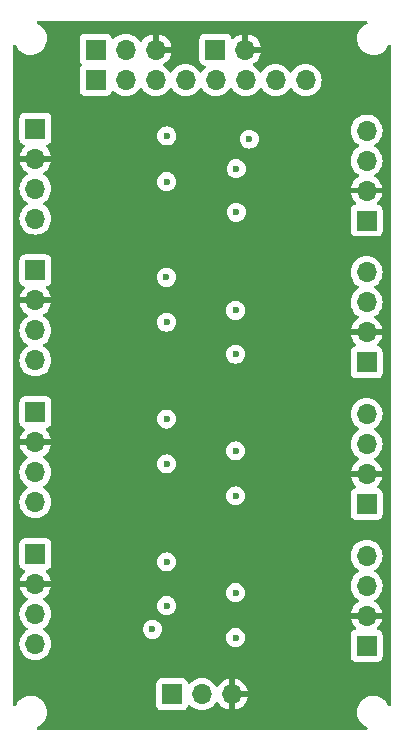
<source format=gbr>
%TF.GenerationSoftware,KiCad,Pcbnew,7.0.2-6a45011f42~172~ubuntu22.04.1*%
%TF.CreationDate,2023-05-07T19:32:11+01:00*%
%TF.ProjectId,octoHX711,6f63746f-4858-4373-9131-2e6b69636164,rev?*%
%TF.SameCoordinates,Original*%
%TF.FileFunction,Copper,L3,Inr*%
%TF.FilePolarity,Positive*%
%FSLAX46Y46*%
G04 Gerber Fmt 4.6, Leading zero omitted, Abs format (unit mm)*
G04 Created by KiCad (PCBNEW 7.0.2-6a45011f42~172~ubuntu22.04.1) date 2023-05-07 19:32:11*
%MOMM*%
%LPD*%
G01*
G04 APERTURE LIST*
%TA.AperFunction,ComponentPad*%
%ADD10R,1.700000X1.700000*%
%TD*%
%TA.AperFunction,ComponentPad*%
%ADD11O,1.700000X1.700000*%
%TD*%
%TA.AperFunction,ViaPad*%
%ADD12C,0.600000*%
%TD*%
G04 APERTURE END LIST*
D10*
%TO.N,/HX711_unit1/e+*%
%TO.C,J1*%
X126895000Y-74115000D03*
D11*
%TO.N,GND*%
X126895000Y-76655000D03*
%TO.N,/HX711_unit1/a-*%
X126895000Y-79195000D03*
%TO.N,/HX711_unit1/a+*%
X126895000Y-81735000D03*
%TD*%
D10*
%TO.N,/HX711_unit4/e+*%
%TO.C,J4*%
X126895000Y-110115000D03*
D11*
%TO.N,GND*%
X126895000Y-112655000D03*
%TO.N,/HX711_unit4/a-*%
X126895000Y-115195000D03*
%TO.N,/HX711_unit4/a+*%
X126895000Y-117735000D03*
%TD*%
D10*
%TO.N,/HX711_unit5/e+*%
%TO.C,J5*%
X154935000Y-117890000D03*
D11*
%TO.N,GND*%
X154935000Y-115350000D03*
%TO.N,/HX711_unit5/a-*%
X154935000Y-112810000D03*
%TO.N,/HX711_unit5/a+*%
X154935000Y-110270000D03*
%TD*%
D10*
%TO.N,/HX711_unit1/Sdat*%
%TO.C,J9*%
X132000000Y-70000000D03*
D11*
%TO.N,/HX711_unit2/Sdat*%
X134540000Y-70000000D03*
%TO.N,/HX711_unit3/Sdat*%
X137080000Y-70000000D03*
%TO.N,/HX711_unit4/Sdat*%
X139620000Y-70000000D03*
%TO.N,/HX711_unit5/Sdat*%
X142160000Y-70000000D03*
%TO.N,/HX711_unit8/Sdat*%
X144700000Y-70000000D03*
%TO.N,/HX711_unit6/Sdat*%
X147240000Y-70000000D03*
%TO.N,/HX711_unit7/Sdat*%
X149780000Y-70000000D03*
%TD*%
D10*
%TO.N,/HX711_unit2/e+*%
%TO.C,J2*%
X126895000Y-86115000D03*
D11*
%TO.N,GND*%
X126895000Y-88655000D03*
%TO.N,/HX711_unit2/a-*%
X126895000Y-91195000D03*
%TO.N,/HX711_unit2/a+*%
X126895000Y-93735000D03*
%TD*%
D10*
%TO.N,VDD*%
%TO.C,J10*%
X132000000Y-67415000D03*
D11*
%TO.N,Sclk*%
X134540000Y-67415000D03*
%TO.N,GND*%
X137080000Y-67415000D03*
%TD*%
D10*
%TO.N,/HX711_unit8/e+*%
%TO.C,J6*%
X154935000Y-105890000D03*
D11*
%TO.N,GND*%
X154935000Y-103350000D03*
%TO.N,/HX711_unit8/a-*%
X154935000Y-100810000D03*
%TO.N,/HX711_unit8/a+*%
X154935000Y-98270000D03*
%TD*%
D10*
%TO.N,VCC*%
%TO.C,J11*%
X142135000Y-67415000D03*
D11*
%TO.N,GND*%
X144675000Y-67415000D03*
%TD*%
D10*
%TO.N,/HX711_unit3/e+*%
%TO.C,J3*%
X126895000Y-98115000D03*
D11*
%TO.N,GND*%
X126895000Y-100655000D03*
%TO.N,/HX711_unit3/a-*%
X126895000Y-103195000D03*
%TO.N,/HX711_unit3/a+*%
X126895000Y-105735000D03*
%TD*%
D10*
%TO.N,/HX711_unit6/e+*%
%TO.C,J7*%
X154935000Y-93890000D03*
D11*
%TO.N,GND*%
X154935000Y-91350000D03*
%TO.N,/HX711_unit6/a-*%
X154935000Y-88810000D03*
%TO.N,/HX711_unit6/a+*%
X154935000Y-86270000D03*
%TD*%
D10*
%TO.N,VDD*%
%TO.C,J12*%
X138460000Y-122000000D03*
D11*
%TO.N,rate*%
X141000000Y-122000000D03*
%TO.N,GND*%
X143540000Y-122000000D03*
%TD*%
D10*
%TO.N,/HX711_unit7/e+*%
%TO.C,J8*%
X154935000Y-81890000D03*
D11*
%TO.N,GND*%
X154935000Y-79350000D03*
%TO.N,/HX711_unit7/a-*%
X154935000Y-76810000D03*
%TO.N,/HX711_unit7/a+*%
X154935000Y-74270000D03*
%TD*%
D12*
%TO.N,GND*%
X143835000Y-79950000D03*
X143835000Y-91950000D03*
X135695000Y-114255000D03*
X135695000Y-90255000D03*
X135695000Y-114255000D03*
X137995000Y-100055000D03*
X135695000Y-90255000D03*
X146135000Y-77750000D03*
X137995000Y-112055000D03*
X143835000Y-115950000D03*
X129000000Y-72500000D03*
X146135000Y-113750000D03*
X143835000Y-91950000D03*
X143835000Y-91950000D03*
X143835000Y-115950000D03*
X135695000Y-102255000D03*
X146135000Y-77750000D03*
X146135000Y-113750000D03*
X137995000Y-88055000D03*
X146135000Y-101750000D03*
X135695000Y-102255000D03*
X137995000Y-100055000D03*
X137995000Y-112055000D03*
X137995000Y-88055000D03*
X135695000Y-102255000D03*
X137995000Y-100055000D03*
X146135000Y-101750000D03*
X135695000Y-90255000D03*
X137995000Y-100055000D03*
X146135000Y-113750000D03*
X146135000Y-89750000D03*
X143835000Y-115950000D03*
X143835000Y-91950000D03*
X135695000Y-114255000D03*
X143835000Y-103950000D03*
X143835000Y-79950000D03*
X143835000Y-103950000D03*
X146135000Y-101750000D03*
X137995000Y-112055000D03*
X135695000Y-78255000D03*
X137995000Y-88055000D03*
X143835000Y-115950000D03*
X146135000Y-113750000D03*
X146135000Y-101750000D03*
X135695000Y-90255000D03*
X135695000Y-102255000D03*
X146135000Y-77750000D03*
X146135000Y-113750000D03*
X137995000Y-76055000D03*
X143835000Y-103950000D03*
X146135000Y-77750000D03*
X137995000Y-100055000D03*
X135695000Y-102255000D03*
X137995000Y-112055000D03*
X143835000Y-91950000D03*
X146135000Y-89750000D03*
X135695000Y-90255000D03*
X135695000Y-114255000D03*
X143835000Y-103950000D03*
X137995000Y-112055000D03*
X146135000Y-89750000D03*
X146135000Y-89750000D03*
X146135000Y-101750000D03*
X146135000Y-89750000D03*
X143835000Y-79950000D03*
X143835000Y-103950000D03*
X143835000Y-115950000D03*
X135695000Y-114255000D03*
X143835000Y-79950000D03*
X143835000Y-79950000D03*
X137995000Y-88055000D03*
X137995000Y-88055000D03*
X146135000Y-77750000D03*
%TO.N,VDD*%
X136800000Y-116500000D03*
%TO.N,/HX711_unit1/Sdat*%
X138000000Y-78600000D03*
%TO.N,Sclk*%
X145000000Y-75000000D03*
%TO.N,rate*%
X137994500Y-98700000D03*
X143835500Y-105200000D03*
X143900000Y-81200000D03*
X138013983Y-74728983D03*
X143835500Y-117200000D03*
X137994500Y-110800000D03*
X137985000Y-86700000D03*
X143835500Y-93200000D03*
%TO.N,/HX711_unit2/Sdat*%
X137994500Y-90500000D03*
%TO.N,/HX711_unit3/Sdat*%
X137994500Y-102500000D03*
%TO.N,/HX711_unit4/Sdat*%
X138000000Y-114500000D03*
%TO.N,/HX711_unit6/Sdat*%
X143835500Y-89500000D03*
%TO.N,/HX711_unit5/Sdat*%
X143835500Y-113400000D03*
%TO.N,/HX711_unit8/Sdat*%
X143835500Y-101400000D03*
%TO.N,/HX711_unit7/Sdat*%
X143900000Y-77500000D03*
%TD*%
%TA.AperFunction,Conductor*%
%TO.N,GND*%
G36*
X154955892Y-65030185D02*
G01*
X155001647Y-65082989D01*
X155011591Y-65152147D01*
X154982566Y-65215703D01*
X154944249Y-65245438D01*
X154878811Y-65278113D01*
X154786501Y-65324206D01*
X154603462Y-65457028D01*
X154444670Y-65618041D01*
X154314405Y-65802909D01*
X154216199Y-66006615D01*
X154152701Y-66223670D01*
X154125632Y-66448183D01*
X154125632Y-66448187D01*
X154125632Y-66448189D01*
X154129371Y-66531915D01*
X154135721Y-66674115D01*
X154182696Y-66895325D01*
X154241065Y-67044108D01*
X154265288Y-67105853D01*
X154381263Y-67299999D01*
X154527485Y-67472515D01*
X154700001Y-67618737D01*
X154894147Y-67734712D01*
X155104673Y-67817303D01*
X155325888Y-67864279D01*
X155551811Y-67874368D01*
X155776332Y-67847298D01*
X155993383Y-67783801D01*
X156197093Y-67685593D01*
X156381957Y-67555331D01*
X156542974Y-67396535D01*
X156675793Y-67213500D01*
X156754562Y-67055749D01*
X156802121Y-67004567D01*
X156869803Y-66987221D01*
X156936119Y-67009220D01*
X156980014Y-67063580D01*
X156989500Y-67111146D01*
X156989500Y-122888853D01*
X156969815Y-122955892D01*
X156917011Y-123001647D01*
X156847853Y-123011591D01*
X156784297Y-122982566D01*
X156754561Y-122944248D01*
X156754561Y-122944247D01*
X156675793Y-122786500D01*
X156542974Y-122603465D01*
X156381957Y-122444669D01*
X156197093Y-122314407D01*
X156197092Y-122314406D01*
X156197090Y-122314405D01*
X155993384Y-122216199D01*
X155776329Y-122152701D01*
X155551816Y-122125632D01*
X155551812Y-122125632D01*
X155551811Y-122125632D01*
X155426298Y-122131236D01*
X155325884Y-122135721D01*
X155104674Y-122182696D01*
X154894146Y-122265288D01*
X154700000Y-122381263D01*
X154527485Y-122527485D01*
X154381263Y-122700000D01*
X154265288Y-122894146D01*
X154182696Y-123104674D01*
X154135721Y-123325884D01*
X154125632Y-123551816D01*
X154152701Y-123776329D01*
X154216199Y-123993384D01*
X154314405Y-124197090D01*
X154314406Y-124197092D01*
X154314407Y-124197093D01*
X154444669Y-124381957D01*
X154603465Y-124542974D01*
X154786500Y-124675793D01*
X154944250Y-124754562D01*
X154995433Y-124802121D01*
X155012779Y-124869803D01*
X154990780Y-124936119D01*
X154936420Y-124980014D01*
X154888854Y-124989500D01*
X127111146Y-124989500D01*
X127044107Y-124969815D01*
X126998352Y-124917011D01*
X126988408Y-124847853D01*
X127017433Y-124784297D01*
X127055747Y-124754563D01*
X127213500Y-124675793D01*
X127396535Y-124542974D01*
X127555331Y-124381957D01*
X127685593Y-124197093D01*
X127783801Y-123993383D01*
X127847298Y-123776332D01*
X127874368Y-123551811D01*
X127864279Y-123325888D01*
X127817303Y-123104673D01*
X127734881Y-122894578D01*
X137109500Y-122894578D01*
X137109501Y-122897872D01*
X137109853Y-122901152D01*
X137109854Y-122901159D01*
X137115909Y-122957484D01*
X137128327Y-122990778D01*
X137166204Y-123092331D01*
X137252454Y-123207546D01*
X137367669Y-123293796D01*
X137502517Y-123344091D01*
X137562127Y-123350500D01*
X139357872Y-123350499D01*
X139417483Y-123344091D01*
X139552331Y-123293796D01*
X139667546Y-123207546D01*
X139753796Y-123092331D01*
X139802810Y-122960916D01*
X139844681Y-122904983D01*
X139910146Y-122880566D01*
X139978419Y-122895418D01*
X140006673Y-122916569D01*
X140128599Y-123038495D01*
X140322170Y-123174035D01*
X140536337Y-123273903D01*
X140764592Y-123335063D01*
X141000000Y-123355659D01*
X141235408Y-123335063D01*
X141463663Y-123273903D01*
X141677830Y-123174035D01*
X141871401Y-123038495D01*
X142038495Y-122871401D01*
X142168732Y-122685403D01*
X142223307Y-122641780D01*
X142292805Y-122634586D01*
X142355160Y-122666109D01*
X142371880Y-122685404D01*
X142501893Y-122871081D01*
X142668918Y-123038106D01*
X142862423Y-123173600D01*
X143076509Y-123273430D01*
X143290000Y-123330634D01*
X143290000Y-122435501D01*
X143397685Y-122484680D01*
X143504237Y-122500000D01*
X143575763Y-122500000D01*
X143682315Y-122484680D01*
X143790000Y-122435501D01*
X143790000Y-123330633D01*
X144003490Y-123273430D01*
X144217576Y-123173600D01*
X144411081Y-123038106D01*
X144578106Y-122871081D01*
X144713600Y-122677576D01*
X144813430Y-122463492D01*
X144870636Y-122250000D01*
X143973686Y-122250000D01*
X143999493Y-122209844D01*
X144040000Y-122071889D01*
X144040000Y-121928111D01*
X143999493Y-121790156D01*
X143973686Y-121750000D01*
X144870636Y-121750000D01*
X144870635Y-121749999D01*
X144813430Y-121536507D01*
X144713599Y-121322421D01*
X144578109Y-121128921D01*
X144411081Y-120961893D01*
X144217576Y-120826399D01*
X144003492Y-120726569D01*
X143790000Y-120669364D01*
X143790000Y-121564498D01*
X143682315Y-121515320D01*
X143575763Y-121500000D01*
X143504237Y-121500000D01*
X143397685Y-121515320D01*
X143290000Y-121564498D01*
X143290000Y-120669364D01*
X143289999Y-120669364D01*
X143076507Y-120726569D01*
X142862421Y-120826400D01*
X142668921Y-120961890D01*
X142501893Y-121128918D01*
X142371880Y-121314596D01*
X142317303Y-121358220D01*
X142247804Y-121365413D01*
X142185450Y-121333891D01*
X142168730Y-121314595D01*
X142038494Y-121128598D01*
X141871404Y-120961508D01*
X141871403Y-120961507D01*
X141871401Y-120961505D01*
X141677830Y-120825965D01*
X141463663Y-120726097D01*
X141402501Y-120709709D01*
X141235407Y-120664936D01*
X140999999Y-120644340D01*
X140764592Y-120664936D01*
X140536336Y-120726097D01*
X140322170Y-120825965D01*
X140128601Y-120961503D01*
X140006673Y-121083431D01*
X139945350Y-121116915D01*
X139875658Y-121111931D01*
X139819725Y-121070059D01*
X139802810Y-121039082D01*
X139774019Y-120961890D01*
X139753796Y-120907669D01*
X139667546Y-120792454D01*
X139552331Y-120706204D01*
X139417483Y-120655909D01*
X139357873Y-120649500D01*
X139354550Y-120649500D01*
X137565439Y-120649500D01*
X137565420Y-120649500D01*
X137562128Y-120649501D01*
X137558848Y-120649853D01*
X137558840Y-120649854D01*
X137502515Y-120655909D01*
X137367669Y-120706204D01*
X137252454Y-120792454D01*
X137166204Y-120907668D01*
X137145980Y-120961893D01*
X137115909Y-121042517D01*
X137109500Y-121102127D01*
X137109500Y-121105448D01*
X137109500Y-121105449D01*
X137109500Y-122894560D01*
X137109500Y-122894578D01*
X127734881Y-122894578D01*
X127734712Y-122894147D01*
X127618737Y-122700001D01*
X127472515Y-122527485D01*
X127299999Y-122381263D01*
X127105853Y-122265288D01*
X127050519Y-122243580D01*
X126895325Y-122182696D01*
X126674115Y-122135721D01*
X126598804Y-122132357D01*
X126448189Y-122125632D01*
X126448187Y-122125632D01*
X126448183Y-122125632D01*
X126223670Y-122152701D01*
X126006615Y-122216199D01*
X125802909Y-122314405D01*
X125618041Y-122444670D01*
X125457028Y-122603462D01*
X125324206Y-122786501D01*
X125245439Y-122944247D01*
X125197879Y-122995431D01*
X125130196Y-123012777D01*
X125063880Y-122990778D01*
X125019986Y-122936418D01*
X125010500Y-122888852D01*
X125010500Y-117735000D01*
X125539340Y-117735000D01*
X125559936Y-117970407D01*
X125563945Y-117985368D01*
X125621097Y-118198663D01*
X125720965Y-118412830D01*
X125856505Y-118606401D01*
X126023599Y-118773495D01*
X126217170Y-118909035D01*
X126431337Y-119008903D01*
X126659592Y-119070063D01*
X126894999Y-119090659D01*
X126894999Y-119090658D01*
X126895000Y-119090659D01*
X127130408Y-119070063D01*
X127358663Y-119008903D01*
X127572830Y-118909035D01*
X127766401Y-118773495D01*
X127933495Y-118606401D01*
X128069035Y-118412830D01*
X128168903Y-118198663D01*
X128230063Y-117970408D01*
X128250659Y-117735000D01*
X128230063Y-117499592D01*
X128168903Y-117271337D01*
X128069035Y-117057171D01*
X127933495Y-116863599D01*
X127766401Y-116696505D01*
X127580839Y-116566573D01*
X127537216Y-116511998D01*
X127535974Y-116500000D01*
X135994434Y-116500000D01*
X136014631Y-116679251D01*
X136014631Y-116679253D01*
X136014632Y-116679255D01*
X136074211Y-116849522D01*
X136074812Y-116850478D01*
X136170185Y-117002264D01*
X136297735Y-117129814D01*
X136297737Y-117129815D01*
X136297738Y-117129816D01*
X136450478Y-117225789D01*
X136620745Y-117285368D01*
X136800000Y-117305565D01*
X136979255Y-117285368D01*
X137149522Y-117225789D01*
X137190565Y-117200000D01*
X143029934Y-117200000D01*
X143050131Y-117379251D01*
X143050131Y-117379253D01*
X143050132Y-117379255D01*
X143109711Y-117549522D01*
X143109712Y-117549523D01*
X143205685Y-117702264D01*
X143333235Y-117829814D01*
X143333237Y-117829815D01*
X143333238Y-117829816D01*
X143485978Y-117925789D01*
X143656245Y-117985368D01*
X143835500Y-118005565D01*
X144014755Y-117985368D01*
X144185022Y-117925789D01*
X144337762Y-117829816D01*
X144465316Y-117702262D01*
X144561289Y-117549522D01*
X144620868Y-117379255D01*
X144641065Y-117200000D01*
X144620868Y-117020745D01*
X144561289Y-116850478D01*
X144465316Y-116697738D01*
X144465315Y-116697737D01*
X144465314Y-116697735D01*
X144337764Y-116570185D01*
X144273940Y-116530082D01*
X144185022Y-116474211D01*
X144014755Y-116414632D01*
X144014753Y-116414631D01*
X144014751Y-116414631D01*
X143835499Y-116394434D01*
X143656248Y-116414631D01*
X143656245Y-116414631D01*
X143656245Y-116414632D01*
X143485978Y-116474211D01*
X143485976Y-116474211D01*
X143485976Y-116474212D01*
X143333235Y-116570185D01*
X143205685Y-116697735D01*
X143110311Y-116849523D01*
X143109711Y-116850478D01*
X143056599Y-117002264D01*
X143050131Y-117020748D01*
X143029934Y-117200000D01*
X137190565Y-117200000D01*
X137302262Y-117129816D01*
X137429816Y-117002262D01*
X137525789Y-116849522D01*
X137585368Y-116679255D01*
X137605565Y-116500000D01*
X137585368Y-116320745D01*
X137525789Y-116150478D01*
X137429816Y-115997738D01*
X137429815Y-115997737D01*
X137429814Y-115997735D01*
X137302264Y-115870185D01*
X137150701Y-115774952D01*
X137149522Y-115774211D01*
X136979255Y-115714632D01*
X136979253Y-115714631D01*
X136979251Y-115714631D01*
X136800000Y-115694434D01*
X136620748Y-115714631D01*
X136620745Y-115714631D01*
X136620745Y-115714632D01*
X136450478Y-115774211D01*
X136450476Y-115774211D01*
X136450476Y-115774212D01*
X136297735Y-115870185D01*
X136170185Y-115997735D01*
X136127040Y-116066401D01*
X136074211Y-116150478D01*
X136045162Y-116233495D01*
X136014631Y-116320748D01*
X135994434Y-116500000D01*
X127535974Y-116500000D01*
X127530022Y-116442500D01*
X127561545Y-116380145D01*
X127580837Y-116363428D01*
X127766401Y-116233495D01*
X127933495Y-116066401D01*
X128069035Y-115872830D01*
X128168903Y-115658663D01*
X128230063Y-115430408D01*
X128250659Y-115195000D01*
X128230063Y-114959592D01*
X128168903Y-114731337D01*
X128069035Y-114517171D01*
X128057012Y-114500000D01*
X137194434Y-114500000D01*
X137214631Y-114679251D01*
X137214631Y-114679253D01*
X137214632Y-114679255D01*
X137274211Y-114849522D01*
X137284138Y-114865320D01*
X137370185Y-115002264D01*
X137497735Y-115129814D01*
X137497737Y-115129815D01*
X137497738Y-115129816D01*
X137650478Y-115225789D01*
X137820745Y-115285368D01*
X138000000Y-115305565D01*
X138179255Y-115285368D01*
X138349522Y-115225789D01*
X138502262Y-115129816D01*
X138629816Y-115002262D01*
X138725789Y-114849522D01*
X138785368Y-114679255D01*
X138805565Y-114500000D01*
X138785368Y-114320745D01*
X138725789Y-114150478D01*
X138629816Y-113997738D01*
X138629815Y-113997737D01*
X138629814Y-113997735D01*
X138502264Y-113870185D01*
X138439867Y-113830979D01*
X138349522Y-113774211D01*
X138179255Y-113714632D01*
X138179253Y-113714631D01*
X138179251Y-113714631D01*
X138000000Y-113694434D01*
X137820748Y-113714631D01*
X137820745Y-113714631D01*
X137820745Y-113714632D01*
X137650478Y-113774211D01*
X137650476Y-113774211D01*
X137650476Y-113774212D01*
X137497735Y-113870185D01*
X137370185Y-113997735D01*
X137277613Y-114145063D01*
X137274211Y-114150478D01*
X137214632Y-114320745D01*
X137214631Y-114320748D01*
X137194434Y-114500000D01*
X128057012Y-114500000D01*
X127933495Y-114323599D01*
X127766401Y-114156505D01*
X127580402Y-114026267D01*
X127536780Y-113971692D01*
X127529587Y-113902193D01*
X127561109Y-113839839D01*
X127580405Y-113823119D01*
X127766078Y-113693109D01*
X127933106Y-113526081D01*
X128021390Y-113399999D01*
X143029934Y-113399999D01*
X143050131Y-113579251D01*
X143050131Y-113579253D01*
X143050132Y-113579255D01*
X143109711Y-113749522D01*
X143109712Y-113749523D01*
X143205685Y-113902264D01*
X143333235Y-114029814D01*
X143333237Y-114029815D01*
X143333238Y-114029816D01*
X143485978Y-114125789D01*
X143656245Y-114185368D01*
X143835500Y-114205565D01*
X144014755Y-114185368D01*
X144185022Y-114125789D01*
X144337762Y-114029816D01*
X144465316Y-113902262D01*
X144561289Y-113749522D01*
X144620868Y-113579255D01*
X144641065Y-113400000D01*
X144620868Y-113220745D01*
X144561289Y-113050478D01*
X144465316Y-112897738D01*
X144465315Y-112897737D01*
X144465314Y-112897735D01*
X144377578Y-112809999D01*
X153579340Y-112809999D01*
X153599936Y-113045407D01*
X153644709Y-113212501D01*
X153661097Y-113273663D01*
X153760965Y-113487830D01*
X153896505Y-113681401D01*
X154063599Y-113848495D01*
X154249596Y-113978732D01*
X154293219Y-114033307D01*
X154300412Y-114102806D01*
X154268890Y-114165160D01*
X154249595Y-114181880D01*
X154063919Y-114311892D01*
X153896890Y-114478921D01*
X153761400Y-114672421D01*
X153661569Y-114886507D01*
X153604364Y-115099999D01*
X153604364Y-115100000D01*
X154501314Y-115100000D01*
X154475507Y-115140156D01*
X154435000Y-115278111D01*
X154435000Y-115421889D01*
X154475507Y-115559844D01*
X154501314Y-115600000D01*
X153604364Y-115600000D01*
X153661569Y-115813492D01*
X153761399Y-116027576D01*
X153896893Y-116221081D01*
X154018946Y-116343134D01*
X154052431Y-116404457D01*
X154047447Y-116474149D01*
X154005575Y-116530082D01*
X153974599Y-116546997D01*
X153842669Y-116596204D01*
X153727454Y-116682454D01*
X153641204Y-116797668D01*
X153590910Y-116932515D01*
X153590909Y-116932517D01*
X153584500Y-116992127D01*
X153584500Y-116995448D01*
X153584500Y-116995449D01*
X153584500Y-118784560D01*
X153584500Y-118784578D01*
X153584501Y-118787872D01*
X153590909Y-118847483D01*
X153641204Y-118982331D01*
X153727454Y-119097546D01*
X153842669Y-119183796D01*
X153977517Y-119234091D01*
X154037127Y-119240500D01*
X155832872Y-119240499D01*
X155892483Y-119234091D01*
X156027331Y-119183796D01*
X156142546Y-119097546D01*
X156228796Y-118982331D01*
X156279091Y-118847483D01*
X156285500Y-118787873D01*
X156285499Y-116992128D01*
X156279091Y-116932517D01*
X156228796Y-116797669D01*
X156142546Y-116682454D01*
X156027331Y-116596204D01*
X155895399Y-116546996D01*
X155839467Y-116505125D01*
X155815050Y-116439661D01*
X155829902Y-116371388D01*
X155851053Y-116343133D01*
X155973109Y-116221077D01*
X156108600Y-116027576D01*
X156208430Y-115813492D01*
X156265636Y-115600000D01*
X155368686Y-115600000D01*
X155394493Y-115559844D01*
X155435000Y-115421889D01*
X155435000Y-115278111D01*
X155394493Y-115140156D01*
X155368686Y-115100000D01*
X156265636Y-115100000D01*
X156265635Y-115099999D01*
X156208430Y-114886507D01*
X156108599Y-114672421D01*
X155973109Y-114478921D01*
X155806081Y-114311893D01*
X155620404Y-114181880D01*
X155576780Y-114127303D01*
X155569587Y-114057804D01*
X155601109Y-113995450D01*
X155620399Y-113978734D01*
X155806401Y-113848495D01*
X155973495Y-113681401D01*
X156109035Y-113487830D01*
X156208903Y-113273663D01*
X156270063Y-113045408D01*
X156290659Y-112810000D01*
X156287175Y-112770184D01*
X156270063Y-112574592D01*
X156235381Y-112445156D01*
X156208903Y-112346337D01*
X156109035Y-112132171D01*
X155973495Y-111938599D01*
X155806401Y-111771505D01*
X155620839Y-111641573D01*
X155577216Y-111586998D01*
X155570022Y-111517500D01*
X155601545Y-111455145D01*
X155620837Y-111438428D01*
X155806401Y-111308495D01*
X155973495Y-111141401D01*
X156109035Y-110947830D01*
X156208903Y-110733663D01*
X156270063Y-110505408D01*
X156290659Y-110270000D01*
X156270063Y-110034592D01*
X156208903Y-109806337D01*
X156109035Y-109592171D01*
X155973495Y-109398599D01*
X155806401Y-109231505D01*
X155612830Y-109095965D01*
X155398663Y-108996097D01*
X155337502Y-108979709D01*
X155170407Y-108934936D01*
X154935000Y-108914340D01*
X154699592Y-108934936D01*
X154471336Y-108996097D01*
X154257170Y-109095965D01*
X154063598Y-109231505D01*
X153896505Y-109398598D01*
X153760965Y-109592170D01*
X153661097Y-109806336D01*
X153599936Y-110034592D01*
X153579340Y-110270000D01*
X153599936Y-110505407D01*
X153630841Y-110620745D01*
X153661097Y-110733663D01*
X153760965Y-110947830D01*
X153896505Y-111141401D01*
X154063599Y-111308495D01*
X154249160Y-111438426D01*
X154292783Y-111493002D01*
X154299976Y-111562501D01*
X154268454Y-111624855D01*
X154249159Y-111641575D01*
X154063595Y-111771508D01*
X153896505Y-111938598D01*
X153760965Y-112132170D01*
X153661097Y-112346336D01*
X153599936Y-112574592D01*
X153579340Y-112809999D01*
X144377578Y-112809999D01*
X144337764Y-112770185D01*
X144268858Y-112726889D01*
X144185022Y-112674211D01*
X144014755Y-112614632D01*
X144014753Y-112614631D01*
X144014751Y-112614631D01*
X143835500Y-112594434D01*
X143656248Y-112614631D01*
X143656245Y-112614631D01*
X143656245Y-112614632D01*
X143485978Y-112674211D01*
X143485976Y-112674211D01*
X143485976Y-112674212D01*
X143333235Y-112770185D01*
X143205685Y-112897735D01*
X143109712Y-113050476D01*
X143050131Y-113220748D01*
X143029934Y-113399999D01*
X128021390Y-113399999D01*
X128068600Y-113332576D01*
X128168430Y-113118492D01*
X128225636Y-112905000D01*
X127328686Y-112905000D01*
X127354493Y-112864844D01*
X127395000Y-112726889D01*
X127395000Y-112583111D01*
X127354493Y-112445156D01*
X127328686Y-112405000D01*
X128225636Y-112405000D01*
X128225635Y-112404999D01*
X128168430Y-112191507D01*
X128068599Y-111977421D01*
X127933109Y-111783921D01*
X127811053Y-111661865D01*
X127777568Y-111600542D01*
X127782552Y-111530850D01*
X127824424Y-111474917D01*
X127855397Y-111458004D01*
X127987331Y-111408796D01*
X128102546Y-111322546D01*
X128188796Y-111207331D01*
X128239091Y-111072483D01*
X128245500Y-111012873D01*
X128245500Y-110800000D01*
X137188934Y-110800000D01*
X137209131Y-110979251D01*
X137209131Y-110979253D01*
X137209132Y-110979255D01*
X137268711Y-111149522D01*
X137268712Y-111149523D01*
X137364685Y-111302264D01*
X137492235Y-111429814D01*
X137492237Y-111429815D01*
X137492238Y-111429816D01*
X137644978Y-111525789D01*
X137815245Y-111585368D01*
X137994500Y-111605565D01*
X138173755Y-111585368D01*
X138344022Y-111525789D01*
X138496762Y-111429816D01*
X138624316Y-111302262D01*
X138720289Y-111149522D01*
X138779868Y-110979255D01*
X138800065Y-110800000D01*
X138779868Y-110620745D01*
X138720289Y-110450478D01*
X138624316Y-110297738D01*
X138624315Y-110297737D01*
X138624314Y-110297735D01*
X138496764Y-110170185D01*
X138434367Y-110130978D01*
X138344022Y-110074211D01*
X138173755Y-110014632D01*
X138173753Y-110014631D01*
X138173751Y-110014631D01*
X137994499Y-109994434D01*
X137815248Y-110014631D01*
X137815245Y-110014631D01*
X137815245Y-110014632D01*
X137644978Y-110074211D01*
X137644976Y-110074211D01*
X137644976Y-110074212D01*
X137492235Y-110170185D01*
X137364685Y-110297735D01*
X137268712Y-110450476D01*
X137209131Y-110620748D01*
X137188934Y-110800000D01*
X128245500Y-110800000D01*
X128245499Y-109217128D01*
X128239091Y-109157517D01*
X128188796Y-109022669D01*
X128102546Y-108907454D01*
X127987331Y-108821204D01*
X127852483Y-108770909D01*
X127792873Y-108764500D01*
X127789550Y-108764500D01*
X126000439Y-108764500D01*
X126000420Y-108764500D01*
X125997128Y-108764501D01*
X125993848Y-108764853D01*
X125993840Y-108764854D01*
X125937515Y-108770909D01*
X125802669Y-108821204D01*
X125687454Y-108907454D01*
X125601204Y-109022668D01*
X125550910Y-109157515D01*
X125550909Y-109157517D01*
X125544500Y-109217127D01*
X125544500Y-109220448D01*
X125544500Y-109220449D01*
X125544500Y-111009560D01*
X125544500Y-111009578D01*
X125544501Y-111012872D01*
X125550909Y-111072483D01*
X125601204Y-111207331D01*
X125687454Y-111322546D01*
X125802669Y-111408796D01*
X125934598Y-111458002D01*
X125990532Y-111499873D01*
X126014949Y-111565337D01*
X126000097Y-111633610D01*
X125978947Y-111661865D01*
X125856888Y-111783924D01*
X125721400Y-111977421D01*
X125621569Y-112191507D01*
X125564364Y-112404999D01*
X125564364Y-112405000D01*
X126461314Y-112405000D01*
X126435507Y-112445156D01*
X126395000Y-112583111D01*
X126395000Y-112726889D01*
X126435507Y-112864844D01*
X126461314Y-112905000D01*
X125564364Y-112905000D01*
X125621569Y-113118492D01*
X125721399Y-113332576D01*
X125856893Y-113526081D01*
X126023918Y-113693106D01*
X126209595Y-113823119D01*
X126253219Y-113877696D01*
X126260412Y-113947195D01*
X126228890Y-114009549D01*
X126209595Y-114026269D01*
X126100289Y-114102806D01*
X126032207Y-114150478D01*
X126023595Y-114156508D01*
X125856505Y-114323598D01*
X125720965Y-114517170D01*
X125621097Y-114731336D01*
X125559936Y-114959592D01*
X125539340Y-115195000D01*
X125559936Y-115430407D01*
X125594619Y-115559844D01*
X125621097Y-115658663D01*
X125720965Y-115872830D01*
X125856505Y-116066401D01*
X126023599Y-116233495D01*
X126209160Y-116363426D01*
X126252783Y-116418002D01*
X126259976Y-116487501D01*
X126228454Y-116549855D01*
X126209158Y-116566575D01*
X126048241Y-116679251D01*
X126023595Y-116696508D01*
X125856505Y-116863598D01*
X125720965Y-117057170D01*
X125621097Y-117271336D01*
X125559936Y-117499592D01*
X125539340Y-117735000D01*
X125010500Y-117735000D01*
X125010500Y-105734999D01*
X125539340Y-105734999D01*
X125559936Y-105970407D01*
X125563945Y-105985368D01*
X125621097Y-106198663D01*
X125720965Y-106412830D01*
X125856505Y-106606401D01*
X126023599Y-106773495D01*
X126217170Y-106909035D01*
X126431337Y-107008903D01*
X126659592Y-107070063D01*
X126895000Y-107090659D01*
X127130408Y-107070063D01*
X127358663Y-107008903D01*
X127572830Y-106909035D01*
X127766401Y-106773495D01*
X127933495Y-106606401D01*
X128069035Y-106412830D01*
X128168903Y-106198663D01*
X128230063Y-105970408D01*
X128250659Y-105735000D01*
X128234431Y-105549523D01*
X128230063Y-105499592D01*
X128197818Y-105379251D01*
X128168903Y-105271337D01*
X128135638Y-105200000D01*
X143029934Y-105200000D01*
X143050131Y-105379251D01*
X143050131Y-105379253D01*
X143050132Y-105379255D01*
X143109711Y-105549522D01*
X143109712Y-105549523D01*
X143205685Y-105702264D01*
X143333235Y-105829814D01*
X143333237Y-105829815D01*
X143333238Y-105829816D01*
X143485978Y-105925789D01*
X143656245Y-105985368D01*
X143835500Y-106005565D01*
X144014755Y-105985368D01*
X144185022Y-105925789D01*
X144337762Y-105829816D01*
X144465316Y-105702262D01*
X144561289Y-105549522D01*
X144620868Y-105379255D01*
X144641065Y-105200000D01*
X144620868Y-105020745D01*
X144561289Y-104850478D01*
X144465316Y-104697738D01*
X144465315Y-104697737D01*
X144465314Y-104697735D01*
X144337764Y-104570185D01*
X144273940Y-104530082D01*
X144185022Y-104474211D01*
X144014755Y-104414632D01*
X144014753Y-104414631D01*
X144014751Y-104414631D01*
X143835499Y-104394434D01*
X143656248Y-104414631D01*
X143656245Y-104414631D01*
X143656245Y-104414632D01*
X143485978Y-104474211D01*
X143485976Y-104474211D01*
X143485976Y-104474212D01*
X143333235Y-104570185D01*
X143205685Y-104697735D01*
X143142893Y-104797669D01*
X143109711Y-104850478D01*
X143050132Y-105020745D01*
X143050131Y-105020748D01*
X143029934Y-105200000D01*
X128135638Y-105200000D01*
X128069035Y-105057171D01*
X127933495Y-104863599D01*
X127766401Y-104696505D01*
X127580839Y-104566573D01*
X127537216Y-104511998D01*
X127530022Y-104442500D01*
X127561545Y-104380145D01*
X127580837Y-104363428D01*
X127766401Y-104233495D01*
X127933495Y-104066401D01*
X128069035Y-103872830D01*
X128168903Y-103658663D01*
X128230063Y-103430408D01*
X128250659Y-103195000D01*
X128230063Y-102959592D01*
X128168903Y-102731337D01*
X128069035Y-102517171D01*
X128057011Y-102499999D01*
X137188934Y-102499999D01*
X137209131Y-102679251D01*
X137209131Y-102679253D01*
X137209132Y-102679255D01*
X137268711Y-102849522D01*
X137278638Y-102865320D01*
X137364685Y-103002264D01*
X137492235Y-103129814D01*
X137492237Y-103129815D01*
X137492238Y-103129816D01*
X137644978Y-103225789D01*
X137815245Y-103285368D01*
X137994500Y-103305565D01*
X138173755Y-103285368D01*
X138344022Y-103225789D01*
X138496762Y-103129816D01*
X138624316Y-103002262D01*
X138720289Y-102849522D01*
X138779868Y-102679255D01*
X138800065Y-102500000D01*
X138779868Y-102320745D01*
X138720289Y-102150478D01*
X138624316Y-101997738D01*
X138624315Y-101997737D01*
X138624314Y-101997735D01*
X138496764Y-101870185D01*
X138434367Y-101830978D01*
X138344022Y-101774211D01*
X138173755Y-101714632D01*
X138173753Y-101714631D01*
X138173751Y-101714631D01*
X137994499Y-101694434D01*
X137815248Y-101714631D01*
X137815245Y-101714631D01*
X137815245Y-101714632D01*
X137644978Y-101774211D01*
X137644976Y-101774211D01*
X137644976Y-101774212D01*
X137492235Y-101870185D01*
X137364685Y-101997735D01*
X137272113Y-102145063D01*
X137268711Y-102150478D01*
X137209132Y-102320745D01*
X137209131Y-102320748D01*
X137188934Y-102499999D01*
X128057011Y-102499999D01*
X127933495Y-102323599D01*
X127766401Y-102156505D01*
X127580402Y-102026267D01*
X127536780Y-101971692D01*
X127529587Y-101902193D01*
X127561109Y-101839839D01*
X127580405Y-101823119D01*
X127766078Y-101693109D01*
X127933106Y-101526081D01*
X128021390Y-101399999D01*
X143029934Y-101399999D01*
X143050131Y-101579251D01*
X143050131Y-101579253D01*
X143050132Y-101579255D01*
X143109711Y-101749522D01*
X143109712Y-101749523D01*
X143205685Y-101902264D01*
X143333235Y-102029814D01*
X143333237Y-102029815D01*
X143333238Y-102029816D01*
X143485978Y-102125789D01*
X143656245Y-102185368D01*
X143835500Y-102205565D01*
X144014755Y-102185368D01*
X144185022Y-102125789D01*
X144337762Y-102029816D01*
X144465316Y-101902262D01*
X144561289Y-101749522D01*
X144620868Y-101579255D01*
X144641065Y-101400000D01*
X144620868Y-101220745D01*
X144561289Y-101050478D01*
X144465316Y-100897738D01*
X144465315Y-100897737D01*
X144465314Y-100897735D01*
X144377579Y-100810000D01*
X153579340Y-100810000D01*
X153599936Y-101045407D01*
X153644709Y-101212501D01*
X153661097Y-101273663D01*
X153760965Y-101487830D01*
X153896505Y-101681401D01*
X154063599Y-101848495D01*
X154249596Y-101978732D01*
X154293219Y-102033307D01*
X154300412Y-102102806D01*
X154268890Y-102165160D01*
X154249595Y-102181880D01*
X154063919Y-102311892D01*
X153896890Y-102478921D01*
X153761400Y-102672421D01*
X153661569Y-102886507D01*
X153604364Y-103099999D01*
X153604364Y-103100000D01*
X154501314Y-103100000D01*
X154475507Y-103140156D01*
X154435000Y-103278111D01*
X154435000Y-103421889D01*
X154475507Y-103559844D01*
X154501314Y-103600000D01*
X153604364Y-103600000D01*
X153661569Y-103813492D01*
X153761399Y-104027576D01*
X153896893Y-104221081D01*
X154018946Y-104343134D01*
X154052431Y-104404457D01*
X154047447Y-104474149D01*
X154005575Y-104530082D01*
X153974599Y-104546997D01*
X153842669Y-104596204D01*
X153727454Y-104682454D01*
X153641204Y-104797668D01*
X153590910Y-104932515D01*
X153590909Y-104932517D01*
X153584500Y-104992127D01*
X153584500Y-104995448D01*
X153584500Y-104995449D01*
X153584500Y-106784560D01*
X153584500Y-106784578D01*
X153584501Y-106787872D01*
X153590909Y-106847483D01*
X153641204Y-106982331D01*
X153727454Y-107097546D01*
X153842669Y-107183796D01*
X153977517Y-107234091D01*
X154037127Y-107240500D01*
X155832872Y-107240499D01*
X155892483Y-107234091D01*
X156027331Y-107183796D01*
X156142546Y-107097546D01*
X156228796Y-106982331D01*
X156279091Y-106847483D01*
X156285500Y-106787873D01*
X156285499Y-104992128D01*
X156279091Y-104932517D01*
X156228796Y-104797669D01*
X156142546Y-104682454D01*
X156027331Y-104596204D01*
X155895399Y-104546996D01*
X155839467Y-104505125D01*
X155815050Y-104439661D01*
X155829902Y-104371388D01*
X155851053Y-104343133D01*
X155973109Y-104221077D01*
X156108600Y-104027576D01*
X156208430Y-103813492D01*
X156265636Y-103600000D01*
X155368686Y-103600000D01*
X155394493Y-103559844D01*
X155435000Y-103421889D01*
X155435000Y-103278111D01*
X155394493Y-103140156D01*
X155368686Y-103100000D01*
X156265636Y-103100000D01*
X156265635Y-103099999D01*
X156208430Y-102886507D01*
X156108599Y-102672421D01*
X155973109Y-102478921D01*
X155806081Y-102311893D01*
X155620404Y-102181880D01*
X155576780Y-102127303D01*
X155569587Y-102057804D01*
X155601109Y-101995450D01*
X155620399Y-101978734D01*
X155806401Y-101848495D01*
X155973495Y-101681401D01*
X156109035Y-101487830D01*
X156208903Y-101273663D01*
X156270063Y-101045408D01*
X156290659Y-100810000D01*
X156270063Y-100574592D01*
X156208903Y-100346337D01*
X156109035Y-100132171D01*
X155973495Y-99938599D01*
X155806401Y-99771505D01*
X155620839Y-99641573D01*
X155577216Y-99586998D01*
X155570022Y-99517500D01*
X155601545Y-99455145D01*
X155620837Y-99438428D01*
X155806401Y-99308495D01*
X155973495Y-99141401D01*
X156109035Y-98947830D01*
X156208903Y-98733663D01*
X156270063Y-98505408D01*
X156290659Y-98270000D01*
X156284336Y-98197735D01*
X156270063Y-98034592D01*
X156237920Y-97914631D01*
X156208903Y-97806337D01*
X156109035Y-97592171D01*
X155973495Y-97398599D01*
X155806401Y-97231505D01*
X155612830Y-97095965D01*
X155398663Y-96996097D01*
X155337502Y-96979709D01*
X155170407Y-96934936D01*
X154934999Y-96914340D01*
X154699592Y-96934936D01*
X154471336Y-96996097D01*
X154257170Y-97095965D01*
X154063598Y-97231505D01*
X153896505Y-97398598D01*
X153760965Y-97592170D01*
X153661097Y-97806336D01*
X153599936Y-98034592D01*
X153579340Y-98270000D01*
X153599936Y-98505407D01*
X153604046Y-98520745D01*
X153661097Y-98733663D01*
X153760965Y-98947830D01*
X153896505Y-99141401D01*
X154063599Y-99308495D01*
X154249160Y-99438426D01*
X154292783Y-99493002D01*
X154299976Y-99562501D01*
X154268454Y-99624855D01*
X154249159Y-99641575D01*
X154063595Y-99771508D01*
X153896505Y-99938598D01*
X153760965Y-100132170D01*
X153661097Y-100346336D01*
X153599936Y-100574592D01*
X153579340Y-100810000D01*
X144377579Y-100810000D01*
X144337764Y-100770185D01*
X144268858Y-100726889D01*
X144185022Y-100674211D01*
X144014755Y-100614632D01*
X144014753Y-100614631D01*
X144014751Y-100614631D01*
X143835500Y-100594434D01*
X143656248Y-100614631D01*
X143656245Y-100614631D01*
X143656245Y-100614632D01*
X143485978Y-100674211D01*
X143485976Y-100674211D01*
X143485976Y-100674212D01*
X143333235Y-100770185D01*
X143205685Y-100897735D01*
X143109712Y-101050476D01*
X143050131Y-101220748D01*
X143029934Y-101399999D01*
X128021390Y-101399999D01*
X128068600Y-101332576D01*
X128168430Y-101118492D01*
X128225636Y-100905000D01*
X127328686Y-100905000D01*
X127354493Y-100864844D01*
X127395000Y-100726889D01*
X127395000Y-100583111D01*
X127354493Y-100445156D01*
X127328686Y-100405000D01*
X128225636Y-100405000D01*
X128225635Y-100404999D01*
X128168430Y-100191507D01*
X128068599Y-99977421D01*
X127933109Y-99783921D01*
X127811053Y-99661865D01*
X127777568Y-99600542D01*
X127782552Y-99530850D01*
X127824424Y-99474917D01*
X127855397Y-99458004D01*
X127987331Y-99408796D01*
X128102546Y-99322546D01*
X128188796Y-99207331D01*
X128239091Y-99072483D01*
X128245500Y-99012873D01*
X128245500Y-98700000D01*
X137188934Y-98700000D01*
X137209131Y-98879251D01*
X137209131Y-98879253D01*
X137209132Y-98879255D01*
X137268711Y-99049522D01*
X137283139Y-99072484D01*
X137364685Y-99202264D01*
X137492235Y-99329814D01*
X137492237Y-99329815D01*
X137492238Y-99329816D01*
X137644978Y-99425789D01*
X137815245Y-99485368D01*
X137994500Y-99505565D01*
X138173755Y-99485368D01*
X138344022Y-99425789D01*
X138496762Y-99329816D01*
X138624316Y-99202262D01*
X138720289Y-99049522D01*
X138779868Y-98879255D01*
X138800065Y-98700000D01*
X138779868Y-98520745D01*
X138720289Y-98350478D01*
X138624316Y-98197738D01*
X138624315Y-98197737D01*
X138624314Y-98197735D01*
X138496764Y-98070185D01*
X138434367Y-98030978D01*
X138344022Y-97974211D01*
X138173755Y-97914632D01*
X138173753Y-97914631D01*
X138173751Y-97914631D01*
X137994500Y-97894434D01*
X137815248Y-97914631D01*
X137815245Y-97914631D01*
X137815245Y-97914632D01*
X137644978Y-97974211D01*
X137644976Y-97974211D01*
X137644976Y-97974212D01*
X137492235Y-98070185D01*
X137364685Y-98197735D01*
X137268712Y-98350476D01*
X137209131Y-98520748D01*
X137188934Y-98700000D01*
X128245500Y-98700000D01*
X128245499Y-97217128D01*
X128239091Y-97157517D01*
X128188796Y-97022669D01*
X128102546Y-96907454D01*
X127987331Y-96821204D01*
X127852483Y-96770909D01*
X127792873Y-96764500D01*
X127789550Y-96764500D01*
X126000439Y-96764500D01*
X126000420Y-96764500D01*
X125997128Y-96764501D01*
X125993848Y-96764853D01*
X125993840Y-96764854D01*
X125937515Y-96770909D01*
X125802669Y-96821204D01*
X125687454Y-96907454D01*
X125601204Y-97022668D01*
X125550910Y-97157515D01*
X125550909Y-97157517D01*
X125544500Y-97217127D01*
X125544500Y-97220448D01*
X125544500Y-97220449D01*
X125544500Y-99009560D01*
X125544500Y-99009578D01*
X125544501Y-99012872D01*
X125550909Y-99072483D01*
X125601204Y-99207331D01*
X125687454Y-99322546D01*
X125802669Y-99408796D01*
X125934598Y-99458002D01*
X125990532Y-99499873D01*
X126014949Y-99565337D01*
X126000097Y-99633610D01*
X125978947Y-99661865D01*
X125856888Y-99783924D01*
X125721400Y-99977421D01*
X125621569Y-100191507D01*
X125564364Y-100404999D01*
X125564364Y-100405000D01*
X126461314Y-100405000D01*
X126435507Y-100445156D01*
X126395000Y-100583111D01*
X126395000Y-100726889D01*
X126435507Y-100864844D01*
X126461314Y-100905000D01*
X125564364Y-100905000D01*
X125621569Y-101118492D01*
X125721399Y-101332576D01*
X125856893Y-101526081D01*
X126023918Y-101693106D01*
X126209595Y-101823119D01*
X126253219Y-101877696D01*
X126260412Y-101947195D01*
X126228890Y-102009549D01*
X126209595Y-102026269D01*
X126100289Y-102102806D01*
X126032207Y-102150478D01*
X126023595Y-102156508D01*
X125856505Y-102323598D01*
X125720965Y-102517170D01*
X125621097Y-102731336D01*
X125559936Y-102959592D01*
X125539340Y-103194999D01*
X125559936Y-103430407D01*
X125594619Y-103559844D01*
X125621097Y-103658663D01*
X125720965Y-103872830D01*
X125856505Y-104066401D01*
X126023599Y-104233495D01*
X126209160Y-104363426D01*
X126252783Y-104418002D01*
X126259976Y-104487501D01*
X126228454Y-104549855D01*
X126209159Y-104566575D01*
X126023595Y-104696508D01*
X125856505Y-104863598D01*
X125720965Y-105057170D01*
X125621097Y-105271336D01*
X125559936Y-105499592D01*
X125539340Y-105734999D01*
X125010500Y-105734999D01*
X125010500Y-93735000D01*
X125539340Y-93735000D01*
X125559936Y-93970407D01*
X125563945Y-93985368D01*
X125621097Y-94198663D01*
X125720965Y-94412830D01*
X125856505Y-94606401D01*
X126023599Y-94773495D01*
X126217170Y-94909035D01*
X126431337Y-95008903D01*
X126659592Y-95070063D01*
X126895000Y-95090659D01*
X127130408Y-95070063D01*
X127358663Y-95008903D01*
X127572830Y-94909035D01*
X127766401Y-94773495D01*
X127933495Y-94606401D01*
X128069035Y-94412830D01*
X128168903Y-94198663D01*
X128230063Y-93970408D01*
X128250659Y-93735000D01*
X128230063Y-93499592D01*
X128168903Y-93271337D01*
X128135638Y-93200000D01*
X143029934Y-93200000D01*
X143050131Y-93379251D01*
X143050131Y-93379253D01*
X143050132Y-93379255D01*
X143109711Y-93549522D01*
X143109712Y-93549523D01*
X143205685Y-93702264D01*
X143333235Y-93829814D01*
X143333237Y-93829815D01*
X143333238Y-93829816D01*
X143485978Y-93925789D01*
X143656245Y-93985368D01*
X143835500Y-94005565D01*
X144014755Y-93985368D01*
X144185022Y-93925789D01*
X144337762Y-93829816D01*
X144465316Y-93702262D01*
X144561289Y-93549522D01*
X144620868Y-93379255D01*
X144641065Y-93200000D01*
X144620868Y-93020745D01*
X144561289Y-92850478D01*
X144465316Y-92697738D01*
X144465315Y-92697737D01*
X144465314Y-92697735D01*
X144337764Y-92570185D01*
X144273940Y-92530082D01*
X144185022Y-92474211D01*
X144014755Y-92414632D01*
X144014753Y-92414631D01*
X144014751Y-92414631D01*
X143835499Y-92394434D01*
X143656248Y-92414631D01*
X143656245Y-92414631D01*
X143656245Y-92414632D01*
X143485978Y-92474211D01*
X143485976Y-92474211D01*
X143485976Y-92474212D01*
X143333235Y-92570185D01*
X143205685Y-92697735D01*
X143142893Y-92797669D01*
X143109711Y-92850478D01*
X143050132Y-93020745D01*
X143050131Y-93020748D01*
X143029934Y-93200000D01*
X128135638Y-93200000D01*
X128069035Y-93057171D01*
X127933495Y-92863599D01*
X127766401Y-92696505D01*
X127580839Y-92566573D01*
X127537216Y-92511998D01*
X127530022Y-92442500D01*
X127561545Y-92380145D01*
X127580837Y-92363428D01*
X127766401Y-92233495D01*
X127933495Y-92066401D01*
X128069035Y-91872830D01*
X128168903Y-91658663D01*
X128230063Y-91430408D01*
X128250659Y-91195000D01*
X128230063Y-90959592D01*
X128168903Y-90731337D01*
X128069035Y-90517171D01*
X128057011Y-90499999D01*
X137188934Y-90499999D01*
X137209131Y-90679251D01*
X137209131Y-90679253D01*
X137209132Y-90679255D01*
X137268711Y-90849522D01*
X137278638Y-90865320D01*
X137364685Y-91002264D01*
X137492235Y-91129814D01*
X137492237Y-91129815D01*
X137492238Y-91129816D01*
X137644978Y-91225789D01*
X137815245Y-91285368D01*
X137949686Y-91300515D01*
X137994499Y-91305565D01*
X137994499Y-91305564D01*
X137994500Y-91305565D01*
X138173755Y-91285368D01*
X138344022Y-91225789D01*
X138496762Y-91129816D01*
X138624316Y-91002262D01*
X138720289Y-90849522D01*
X138779868Y-90679255D01*
X138800065Y-90500000D01*
X138779868Y-90320745D01*
X138720289Y-90150478D01*
X138624316Y-89997738D01*
X138624315Y-89997737D01*
X138624314Y-89997735D01*
X138496764Y-89870185D01*
X138434367Y-89830979D01*
X138344022Y-89774211D01*
X138173755Y-89714632D01*
X138173753Y-89714631D01*
X138173751Y-89714631D01*
X137994500Y-89694434D01*
X137815248Y-89714631D01*
X137815245Y-89714631D01*
X137815245Y-89714632D01*
X137644978Y-89774211D01*
X137644976Y-89774211D01*
X137644976Y-89774212D01*
X137492235Y-89870185D01*
X137364685Y-89997735D01*
X137272113Y-90145063D01*
X137268711Y-90150478D01*
X137209132Y-90320745D01*
X137209131Y-90320748D01*
X137188934Y-90499999D01*
X128057011Y-90499999D01*
X127933495Y-90323599D01*
X127766401Y-90156505D01*
X127580402Y-90026267D01*
X127536780Y-89971692D01*
X127529587Y-89902193D01*
X127561109Y-89839839D01*
X127580405Y-89823119D01*
X127766078Y-89693109D01*
X127933106Y-89526081D01*
X127951368Y-89500000D01*
X143029934Y-89500000D01*
X143050131Y-89679251D01*
X143050131Y-89679253D01*
X143050132Y-89679255D01*
X143109711Y-89849522D01*
X143154685Y-89921097D01*
X143205685Y-90002264D01*
X143333235Y-90129814D01*
X143333237Y-90129815D01*
X143333238Y-90129816D01*
X143485978Y-90225789D01*
X143656245Y-90285368D01*
X143835500Y-90305565D01*
X144014755Y-90285368D01*
X144185022Y-90225789D01*
X144337762Y-90129816D01*
X144465316Y-90002262D01*
X144561289Y-89849522D01*
X144620868Y-89679255D01*
X144641065Y-89500000D01*
X144620868Y-89320745D01*
X144561289Y-89150478D01*
X144465316Y-88997738D01*
X144465315Y-88997737D01*
X144465314Y-88997735D01*
X144337764Y-88870185D01*
X144241978Y-88809999D01*
X153579340Y-88809999D01*
X153599936Y-89045407D01*
X153644709Y-89212501D01*
X153661097Y-89273663D01*
X153760965Y-89487830D01*
X153896505Y-89681401D01*
X154063599Y-89848495D01*
X154249596Y-89978732D01*
X154293219Y-90033307D01*
X154300412Y-90102806D01*
X154268890Y-90165160D01*
X154249595Y-90181880D01*
X154063919Y-90311892D01*
X153896890Y-90478921D01*
X153761400Y-90672421D01*
X153661569Y-90886507D01*
X153604364Y-91099999D01*
X153604364Y-91100000D01*
X154501314Y-91100000D01*
X154475507Y-91140156D01*
X154435000Y-91278111D01*
X154435000Y-91421889D01*
X154475507Y-91559844D01*
X154501314Y-91600000D01*
X153604364Y-91600000D01*
X153661569Y-91813492D01*
X153761399Y-92027576D01*
X153896893Y-92221081D01*
X154018946Y-92343134D01*
X154052431Y-92404457D01*
X154047447Y-92474149D01*
X154005575Y-92530082D01*
X153974599Y-92546997D01*
X153842669Y-92596204D01*
X153727454Y-92682454D01*
X153641204Y-92797668D01*
X153590910Y-92932515D01*
X153590909Y-92932517D01*
X153584500Y-92992127D01*
X153584500Y-92995448D01*
X153584500Y-92995449D01*
X153584500Y-94784560D01*
X153584500Y-94784578D01*
X153584501Y-94787872D01*
X153590909Y-94847483D01*
X153641204Y-94982331D01*
X153727454Y-95097546D01*
X153842669Y-95183796D01*
X153977517Y-95234091D01*
X154037127Y-95240500D01*
X155832872Y-95240499D01*
X155892483Y-95234091D01*
X156027331Y-95183796D01*
X156142546Y-95097546D01*
X156228796Y-94982331D01*
X156279091Y-94847483D01*
X156285500Y-94787873D01*
X156285499Y-92992128D01*
X156279091Y-92932517D01*
X156228796Y-92797669D01*
X156142546Y-92682454D01*
X156027331Y-92596204D01*
X155895399Y-92546996D01*
X155839467Y-92505125D01*
X155815050Y-92439661D01*
X155829902Y-92371388D01*
X155851053Y-92343133D01*
X155973109Y-92221077D01*
X156108600Y-92027576D01*
X156208430Y-91813492D01*
X156265636Y-91600000D01*
X155368686Y-91600000D01*
X155394493Y-91559844D01*
X155435000Y-91421889D01*
X155435000Y-91278111D01*
X155394493Y-91140156D01*
X155368686Y-91100000D01*
X156265636Y-91100000D01*
X156265635Y-91099999D01*
X156208430Y-90886507D01*
X156108599Y-90672421D01*
X155973109Y-90478921D01*
X155806081Y-90311893D01*
X155620404Y-90181880D01*
X155576780Y-90127303D01*
X155569587Y-90057804D01*
X155601109Y-89995450D01*
X155620399Y-89978734D01*
X155806401Y-89848495D01*
X155973495Y-89681401D01*
X156109035Y-89487830D01*
X156208903Y-89273663D01*
X156270063Y-89045408D01*
X156290659Y-88810000D01*
X156270063Y-88574592D01*
X156208903Y-88346337D01*
X156109035Y-88132171D01*
X155973495Y-87938599D01*
X155806401Y-87771505D01*
X155620839Y-87641573D01*
X155577216Y-87586998D01*
X155570022Y-87517500D01*
X155601545Y-87455145D01*
X155620837Y-87438428D01*
X155806401Y-87308495D01*
X155973495Y-87141401D01*
X156109035Y-86947830D01*
X156208903Y-86733663D01*
X156270063Y-86505408D01*
X156290659Y-86270000D01*
X156270063Y-86034592D01*
X156208903Y-85806337D01*
X156109035Y-85592171D01*
X155973495Y-85398599D01*
X155806401Y-85231505D01*
X155612830Y-85095965D01*
X155398663Y-84996097D01*
X155337502Y-84979709D01*
X155170407Y-84934936D01*
X154934999Y-84914340D01*
X154699592Y-84934936D01*
X154471336Y-84996097D01*
X154257170Y-85095965D01*
X154063598Y-85231505D01*
X153896505Y-85398598D01*
X153760965Y-85592170D01*
X153661097Y-85806336D01*
X153599936Y-86034592D01*
X153579340Y-86270000D01*
X153599936Y-86505407D01*
X153604046Y-86520745D01*
X153661097Y-86733663D01*
X153760965Y-86947830D01*
X153896505Y-87141401D01*
X154063599Y-87308495D01*
X154249160Y-87438426D01*
X154292783Y-87493002D01*
X154299976Y-87562501D01*
X154268454Y-87624855D01*
X154249159Y-87641575D01*
X154063595Y-87771508D01*
X153896505Y-87938598D01*
X153760965Y-88132170D01*
X153661097Y-88346336D01*
X153599936Y-88574592D01*
X153579340Y-88809999D01*
X144241978Y-88809999D01*
X144185022Y-88774211D01*
X144014755Y-88714632D01*
X144014753Y-88714631D01*
X144014751Y-88714631D01*
X143835500Y-88694434D01*
X143656248Y-88714631D01*
X143656245Y-88714631D01*
X143656245Y-88714632D01*
X143485978Y-88774211D01*
X143485976Y-88774211D01*
X143485976Y-88774212D01*
X143333235Y-88870185D01*
X143205685Y-88997735D01*
X143109712Y-89150476D01*
X143050131Y-89320748D01*
X143029934Y-89500000D01*
X127951368Y-89500000D01*
X128068600Y-89332576D01*
X128168430Y-89118492D01*
X128225636Y-88905000D01*
X127328686Y-88905000D01*
X127354493Y-88864844D01*
X127395000Y-88726889D01*
X127395000Y-88583111D01*
X127354493Y-88445156D01*
X127328686Y-88405000D01*
X128225636Y-88405000D01*
X128225635Y-88404999D01*
X128168430Y-88191507D01*
X128068599Y-87977421D01*
X127933109Y-87783921D01*
X127811053Y-87661865D01*
X127777568Y-87600542D01*
X127782552Y-87530850D01*
X127824424Y-87474917D01*
X127855397Y-87458004D01*
X127987331Y-87408796D01*
X128102546Y-87322546D01*
X128188796Y-87207331D01*
X128239091Y-87072483D01*
X128245500Y-87012873D01*
X128245500Y-86700000D01*
X137179434Y-86700000D01*
X137199631Y-86879251D01*
X137199631Y-86879253D01*
X137199632Y-86879255D01*
X137259211Y-87049522D01*
X137273639Y-87072484D01*
X137355185Y-87202264D01*
X137482735Y-87329814D01*
X137482737Y-87329815D01*
X137482738Y-87329816D01*
X137635478Y-87425789D01*
X137805745Y-87485368D01*
X137934482Y-87499873D01*
X137984999Y-87505565D01*
X137984999Y-87505564D01*
X137985000Y-87505565D01*
X138164255Y-87485368D01*
X138334522Y-87425789D01*
X138487262Y-87329816D01*
X138614816Y-87202262D01*
X138710789Y-87049522D01*
X138770368Y-86879255D01*
X138790565Y-86700000D01*
X138770368Y-86520745D01*
X138710789Y-86350478D01*
X138614816Y-86197738D01*
X138614815Y-86197737D01*
X138614814Y-86197735D01*
X138487264Y-86070185D01*
X138424867Y-86030978D01*
X138334522Y-85974211D01*
X138164255Y-85914632D01*
X138164253Y-85914631D01*
X138164251Y-85914631D01*
X137985000Y-85894434D01*
X137805748Y-85914631D01*
X137805745Y-85914631D01*
X137805745Y-85914632D01*
X137635478Y-85974211D01*
X137635476Y-85974211D01*
X137635476Y-85974212D01*
X137482735Y-86070185D01*
X137355185Y-86197735D01*
X137259212Y-86350476D01*
X137199631Y-86520748D01*
X137179434Y-86700000D01*
X128245500Y-86700000D01*
X128245499Y-85217128D01*
X128239091Y-85157517D01*
X128188796Y-85022669D01*
X128102546Y-84907454D01*
X127987331Y-84821204D01*
X127852483Y-84770909D01*
X127792873Y-84764500D01*
X127789550Y-84764500D01*
X126000439Y-84764500D01*
X126000420Y-84764500D01*
X125997128Y-84764501D01*
X125993848Y-84764853D01*
X125993840Y-84764854D01*
X125937515Y-84770909D01*
X125802669Y-84821204D01*
X125687454Y-84907454D01*
X125601204Y-85022668D01*
X125550910Y-85157515D01*
X125550909Y-85157517D01*
X125544500Y-85217127D01*
X125544500Y-85220448D01*
X125544500Y-85220449D01*
X125544500Y-87009560D01*
X125544500Y-87009578D01*
X125544501Y-87012872D01*
X125550909Y-87072483D01*
X125601204Y-87207331D01*
X125687454Y-87322546D01*
X125802669Y-87408796D01*
X125934598Y-87458002D01*
X125990532Y-87499873D01*
X126014949Y-87565337D01*
X126000097Y-87633610D01*
X125978947Y-87661865D01*
X125856888Y-87783924D01*
X125721400Y-87977421D01*
X125621569Y-88191507D01*
X125564364Y-88404999D01*
X125564364Y-88405000D01*
X126461314Y-88405000D01*
X126435507Y-88445156D01*
X126395000Y-88583111D01*
X126395000Y-88726889D01*
X126435507Y-88864844D01*
X126461314Y-88905000D01*
X125564364Y-88905000D01*
X125621569Y-89118492D01*
X125721399Y-89332576D01*
X125856893Y-89526081D01*
X126023918Y-89693106D01*
X126209595Y-89823119D01*
X126253219Y-89877696D01*
X126260412Y-89947195D01*
X126228890Y-90009549D01*
X126209595Y-90026269D01*
X126100289Y-90102806D01*
X126032207Y-90150478D01*
X126023595Y-90156508D01*
X125856505Y-90323598D01*
X125720965Y-90517170D01*
X125621097Y-90731336D01*
X125559936Y-90959592D01*
X125539340Y-91194999D01*
X125559936Y-91430407D01*
X125594619Y-91559844D01*
X125621097Y-91658663D01*
X125720965Y-91872830D01*
X125856505Y-92066401D01*
X126023599Y-92233495D01*
X126209160Y-92363426D01*
X126252783Y-92418002D01*
X126259976Y-92487501D01*
X126228454Y-92549855D01*
X126209159Y-92566575D01*
X126023595Y-92696508D01*
X125856505Y-92863598D01*
X125720965Y-93057170D01*
X125621097Y-93271336D01*
X125559936Y-93499592D01*
X125539340Y-93735000D01*
X125010500Y-93735000D01*
X125010500Y-81735000D01*
X125539340Y-81735000D01*
X125559936Y-81970407D01*
X125563945Y-81985368D01*
X125621097Y-82198663D01*
X125720965Y-82412830D01*
X125856505Y-82606401D01*
X126023599Y-82773495D01*
X126217170Y-82909035D01*
X126431337Y-83008903D01*
X126659591Y-83070063D01*
X126659592Y-83070063D01*
X126894999Y-83090659D01*
X126894999Y-83090658D01*
X126895000Y-83090659D01*
X127130408Y-83070063D01*
X127358663Y-83008903D01*
X127572830Y-82909035D01*
X127766401Y-82773495D01*
X127933495Y-82606401D01*
X128069035Y-82412830D01*
X128168903Y-82198663D01*
X128230063Y-81970408D01*
X128250659Y-81735000D01*
X128230063Y-81499592D01*
X128168903Y-81271337D01*
X128135638Y-81200000D01*
X143094434Y-81200000D01*
X143114631Y-81379251D01*
X143114631Y-81379253D01*
X143114632Y-81379255D01*
X143174211Y-81549522D01*
X143174212Y-81549523D01*
X143270185Y-81702264D01*
X143397735Y-81829814D01*
X143397737Y-81829815D01*
X143397738Y-81829816D01*
X143550478Y-81925789D01*
X143720745Y-81985368D01*
X143900000Y-82005565D01*
X144079255Y-81985368D01*
X144249522Y-81925789D01*
X144402262Y-81829816D01*
X144529816Y-81702262D01*
X144625789Y-81549522D01*
X144685368Y-81379255D01*
X144705565Y-81200000D01*
X144685368Y-81020745D01*
X144625789Y-80850478D01*
X144529816Y-80697738D01*
X144529815Y-80697737D01*
X144529814Y-80697735D01*
X144402264Y-80570185D01*
X144338440Y-80530082D01*
X144249522Y-80474211D01*
X144079255Y-80414632D01*
X144079253Y-80414631D01*
X144079251Y-80414631D01*
X143900000Y-80394434D01*
X143720748Y-80414631D01*
X143720745Y-80414631D01*
X143720745Y-80414632D01*
X143550478Y-80474211D01*
X143550476Y-80474211D01*
X143550476Y-80474212D01*
X143397735Y-80570185D01*
X143270185Y-80697735D01*
X143207393Y-80797669D01*
X143174211Y-80850478D01*
X143114632Y-81020745D01*
X143114631Y-81020748D01*
X143094434Y-81200000D01*
X128135638Y-81200000D01*
X128069035Y-81057171D01*
X127933495Y-80863599D01*
X127766401Y-80696505D01*
X127580839Y-80566573D01*
X127537216Y-80511998D01*
X127530022Y-80442500D01*
X127561545Y-80380145D01*
X127580837Y-80363428D01*
X127766401Y-80233495D01*
X127933495Y-80066401D01*
X128069035Y-79872830D01*
X128168903Y-79658663D01*
X128230063Y-79430408D01*
X128250659Y-79195000D01*
X128230063Y-78959592D01*
X128168903Y-78731337D01*
X128107659Y-78599999D01*
X137194434Y-78599999D01*
X137214631Y-78779251D01*
X137214631Y-78779253D01*
X137214632Y-78779255D01*
X137274211Y-78949522D01*
X137317994Y-79019202D01*
X137370185Y-79102264D01*
X137497735Y-79229814D01*
X137497737Y-79229815D01*
X137497738Y-79229816D01*
X137650478Y-79325789D01*
X137820745Y-79385368D01*
X138000000Y-79405565D01*
X138179255Y-79385368D01*
X138349522Y-79325789D01*
X138502262Y-79229816D01*
X138629816Y-79102262D01*
X138725789Y-78949522D01*
X138785368Y-78779255D01*
X138805565Y-78600000D01*
X138785368Y-78420745D01*
X138725789Y-78250478D01*
X138629816Y-78097738D01*
X138629815Y-78097737D01*
X138629814Y-78097735D01*
X138502264Y-77970185D01*
X138439867Y-77930979D01*
X138349522Y-77874211D01*
X138179255Y-77814632D01*
X138179253Y-77814631D01*
X138179251Y-77814631D01*
X138000000Y-77794434D01*
X137820748Y-77814631D01*
X137820745Y-77814631D01*
X137820745Y-77814632D01*
X137650478Y-77874211D01*
X137650476Y-77874211D01*
X137650476Y-77874212D01*
X137497735Y-77970185D01*
X137370185Y-78097735D01*
X137289725Y-78225787D01*
X137274211Y-78250478D01*
X137252721Y-78311893D01*
X137214631Y-78420748D01*
X137194434Y-78599999D01*
X128107659Y-78599999D01*
X128069035Y-78517171D01*
X127933495Y-78323599D01*
X127766401Y-78156505D01*
X127580402Y-78026267D01*
X127536780Y-77971692D01*
X127529587Y-77902193D01*
X127561109Y-77839839D01*
X127580405Y-77823119D01*
X127766078Y-77693109D01*
X127933106Y-77526081D01*
X127951368Y-77500000D01*
X143094434Y-77500000D01*
X143114631Y-77679251D01*
X143114631Y-77679253D01*
X143114632Y-77679255D01*
X143174211Y-77849522D01*
X143219185Y-77921097D01*
X143270185Y-78002264D01*
X143397735Y-78129814D01*
X143397737Y-78129815D01*
X143397738Y-78129816D01*
X143550478Y-78225789D01*
X143720745Y-78285368D01*
X143900000Y-78305565D01*
X144079255Y-78285368D01*
X144249522Y-78225789D01*
X144402262Y-78129816D01*
X144529816Y-78002262D01*
X144625789Y-77849522D01*
X144685368Y-77679255D01*
X144705565Y-77500000D01*
X144704193Y-77487827D01*
X144685368Y-77320748D01*
X144685368Y-77320745D01*
X144625789Y-77150478D01*
X144529816Y-76997738D01*
X144529815Y-76997737D01*
X144529814Y-76997735D01*
X144402264Y-76870185D01*
X144306478Y-76809999D01*
X153579340Y-76809999D01*
X153599936Y-77045407D01*
X153644709Y-77212501D01*
X153661097Y-77273663D01*
X153760965Y-77487830D01*
X153896505Y-77681401D01*
X154063599Y-77848495D01*
X154249596Y-77978732D01*
X154293219Y-78033307D01*
X154300412Y-78102806D01*
X154268890Y-78165160D01*
X154249595Y-78181880D01*
X154063919Y-78311892D01*
X153896890Y-78478921D01*
X153761400Y-78672421D01*
X153661569Y-78886507D01*
X153604364Y-79099999D01*
X153604364Y-79100000D01*
X154501314Y-79100000D01*
X154475507Y-79140156D01*
X154435000Y-79278111D01*
X154435000Y-79421889D01*
X154475507Y-79559844D01*
X154501314Y-79600000D01*
X153604364Y-79600000D01*
X153661569Y-79813492D01*
X153761399Y-80027576D01*
X153896893Y-80221081D01*
X154018946Y-80343134D01*
X154052431Y-80404457D01*
X154047447Y-80474149D01*
X154005575Y-80530082D01*
X153974599Y-80546997D01*
X153842669Y-80596204D01*
X153727454Y-80682454D01*
X153641204Y-80797668D01*
X153590910Y-80932515D01*
X153590909Y-80932517D01*
X153584500Y-80992127D01*
X153584500Y-80995448D01*
X153584500Y-80995449D01*
X153584500Y-82784560D01*
X153584500Y-82784578D01*
X153584501Y-82787872D01*
X153590909Y-82847483D01*
X153641204Y-82982331D01*
X153727454Y-83097546D01*
X153842669Y-83183796D01*
X153977517Y-83234091D01*
X154037127Y-83240500D01*
X155832872Y-83240499D01*
X155892483Y-83234091D01*
X156027331Y-83183796D01*
X156142546Y-83097546D01*
X156228796Y-82982331D01*
X156279091Y-82847483D01*
X156285500Y-82787873D01*
X156285499Y-80992128D01*
X156279091Y-80932517D01*
X156228796Y-80797669D01*
X156142546Y-80682454D01*
X156027331Y-80596204D01*
X155895399Y-80546996D01*
X155839467Y-80505125D01*
X155815050Y-80439661D01*
X155829902Y-80371388D01*
X155851053Y-80343133D01*
X155973109Y-80221077D01*
X156108600Y-80027576D01*
X156208430Y-79813492D01*
X156265636Y-79600000D01*
X155368686Y-79600000D01*
X155394493Y-79559844D01*
X155435000Y-79421889D01*
X155435000Y-79278111D01*
X155394493Y-79140156D01*
X155368686Y-79100000D01*
X156265636Y-79100000D01*
X156265635Y-79099999D01*
X156208430Y-78886507D01*
X156108599Y-78672421D01*
X155973109Y-78478921D01*
X155806081Y-78311893D01*
X155620404Y-78181880D01*
X155576780Y-78127303D01*
X155569587Y-78057804D01*
X155601109Y-77995450D01*
X155620399Y-77978734D01*
X155806401Y-77848495D01*
X155973495Y-77681401D01*
X156109035Y-77487830D01*
X156208903Y-77273663D01*
X156270063Y-77045408D01*
X156290659Y-76810000D01*
X156270063Y-76574592D01*
X156208903Y-76346337D01*
X156109035Y-76132171D01*
X155973495Y-75938599D01*
X155806401Y-75771505D01*
X155620839Y-75641573D01*
X155577216Y-75586998D01*
X155570022Y-75517500D01*
X155601545Y-75455145D01*
X155620837Y-75438428D01*
X155806401Y-75308495D01*
X155973495Y-75141401D01*
X156109035Y-74947830D01*
X156208903Y-74733663D01*
X156270063Y-74505408D01*
X156290659Y-74270000D01*
X156286872Y-74226721D01*
X156270063Y-74034592D01*
X156240274Y-73923417D01*
X156208903Y-73806337D01*
X156109035Y-73592171D01*
X155973495Y-73398599D01*
X155806401Y-73231505D01*
X155612830Y-73095965D01*
X155398663Y-72996097D01*
X155337502Y-72979709D01*
X155170407Y-72934936D01*
X154934999Y-72914340D01*
X154699592Y-72934936D01*
X154471336Y-72996097D01*
X154257170Y-73095965D01*
X154063598Y-73231505D01*
X153896505Y-73398598D01*
X153760965Y-73592170D01*
X153661097Y-73806336D01*
X153599936Y-74034592D01*
X153579340Y-74269999D01*
X153599936Y-74505407D01*
X153611812Y-74549728D01*
X153661097Y-74733663D01*
X153760965Y-74947830D01*
X153896505Y-75141401D01*
X154063599Y-75308495D01*
X154249160Y-75438426D01*
X154292783Y-75493002D01*
X154299976Y-75562501D01*
X154268454Y-75624855D01*
X154249158Y-75641575D01*
X154128889Y-75725789D01*
X154063595Y-75771508D01*
X153896505Y-75938598D01*
X153760965Y-76132170D01*
X153661097Y-76346336D01*
X153599936Y-76574592D01*
X153579340Y-76809999D01*
X144306478Y-76809999D01*
X144249522Y-76774211D01*
X144079255Y-76714632D01*
X144079253Y-76714631D01*
X144079251Y-76714631D01*
X143899999Y-76694434D01*
X143720748Y-76714631D01*
X143720745Y-76714631D01*
X143720745Y-76714632D01*
X143550478Y-76774211D01*
X143550476Y-76774211D01*
X143550476Y-76774212D01*
X143397735Y-76870185D01*
X143270185Y-76997735D01*
X143174212Y-77150476D01*
X143114631Y-77320748D01*
X143094434Y-77500000D01*
X127951368Y-77500000D01*
X128068600Y-77332576D01*
X128168430Y-77118492D01*
X128225636Y-76905000D01*
X127328686Y-76905000D01*
X127354493Y-76864844D01*
X127395000Y-76726889D01*
X127395000Y-76583111D01*
X127354493Y-76445156D01*
X127328686Y-76405000D01*
X128225636Y-76405000D01*
X128225635Y-76404999D01*
X128168430Y-76191507D01*
X128068599Y-75977421D01*
X127933109Y-75783921D01*
X127811053Y-75661865D01*
X127777568Y-75600542D01*
X127782552Y-75530850D01*
X127824424Y-75474917D01*
X127855397Y-75458004D01*
X127987331Y-75408796D01*
X128102546Y-75322546D01*
X128188796Y-75207331D01*
X128239091Y-75072483D01*
X128245500Y-75012873D01*
X128245500Y-74728983D01*
X137208417Y-74728983D01*
X137228614Y-74908234D01*
X137228614Y-74908236D01*
X137228615Y-74908238D01*
X137288194Y-75078505D01*
X137288195Y-75078506D01*
X137384168Y-75231247D01*
X137511718Y-75358797D01*
X137511720Y-75358798D01*
X137511721Y-75358799D01*
X137664461Y-75454772D01*
X137834728Y-75514351D01*
X138013983Y-75534548D01*
X138193238Y-75514351D01*
X138363505Y-75454772D01*
X138516245Y-75358799D01*
X138643799Y-75231245D01*
X138739772Y-75078505D01*
X138767242Y-74999999D01*
X144194434Y-74999999D01*
X144214631Y-75179251D01*
X144214631Y-75179253D01*
X144214632Y-75179255D01*
X144274211Y-75349522D01*
X144274212Y-75349523D01*
X144370185Y-75502264D01*
X144497735Y-75629814D01*
X144497737Y-75629815D01*
X144497738Y-75629816D01*
X144650478Y-75725789D01*
X144820745Y-75785368D01*
X145000000Y-75805565D01*
X145179255Y-75785368D01*
X145349522Y-75725789D01*
X145502262Y-75629816D01*
X145629816Y-75502262D01*
X145725789Y-75349522D01*
X145785368Y-75179255D01*
X145805565Y-75000000D01*
X145785368Y-74820745D01*
X145725789Y-74650478D01*
X145629816Y-74497738D01*
X145629815Y-74497737D01*
X145629814Y-74497735D01*
X145502264Y-74370185D01*
X145439867Y-74330978D01*
X145349522Y-74274211D01*
X145179255Y-74214632D01*
X145179253Y-74214631D01*
X145179251Y-74214631D01*
X145000000Y-74194434D01*
X144820748Y-74214631D01*
X144820745Y-74214631D01*
X144820745Y-74214632D01*
X144650478Y-74274211D01*
X144650476Y-74274211D01*
X144650476Y-74274212D01*
X144497735Y-74370185D01*
X144370185Y-74497735D01*
X144274212Y-74650476D01*
X144214631Y-74820748D01*
X144194434Y-74999999D01*
X138767242Y-74999999D01*
X138799351Y-74908238D01*
X138819548Y-74728983D01*
X138799351Y-74549728D01*
X138739772Y-74379461D01*
X138643799Y-74226721D01*
X138643798Y-74226720D01*
X138643797Y-74226718D01*
X138516247Y-74099168D01*
X138453850Y-74059961D01*
X138363505Y-74003194D01*
X138193238Y-73943615D01*
X138193236Y-73943614D01*
X138193234Y-73943614D01*
X138013983Y-73923417D01*
X137834731Y-73943614D01*
X137834728Y-73943614D01*
X137834728Y-73943615D01*
X137664461Y-74003194D01*
X137664459Y-74003194D01*
X137664459Y-74003195D01*
X137511718Y-74099168D01*
X137384168Y-74226718D01*
X137288195Y-74379459D01*
X137228614Y-74549731D01*
X137208417Y-74728983D01*
X128245500Y-74728983D01*
X128245499Y-73217128D01*
X128239091Y-73157517D01*
X128188796Y-73022669D01*
X128102546Y-72907454D01*
X127987331Y-72821204D01*
X127852483Y-72770909D01*
X127792873Y-72764500D01*
X127789550Y-72764500D01*
X126000439Y-72764500D01*
X126000420Y-72764500D01*
X125997128Y-72764501D01*
X125993848Y-72764853D01*
X125993840Y-72764854D01*
X125937515Y-72770909D01*
X125802669Y-72821204D01*
X125687454Y-72907454D01*
X125601204Y-73022668D01*
X125550910Y-73157515D01*
X125550909Y-73157517D01*
X125544500Y-73217127D01*
X125544500Y-73220448D01*
X125544500Y-73220449D01*
X125544500Y-75009560D01*
X125544500Y-75009578D01*
X125544501Y-75012872D01*
X125550909Y-75072483D01*
X125601204Y-75207331D01*
X125687454Y-75322546D01*
X125802669Y-75408796D01*
X125934598Y-75458002D01*
X125990532Y-75499873D01*
X126014949Y-75565337D01*
X126000097Y-75633610D01*
X125978947Y-75661865D01*
X125856888Y-75783924D01*
X125721400Y-75977421D01*
X125621569Y-76191507D01*
X125564364Y-76404999D01*
X125564364Y-76405000D01*
X126461314Y-76405000D01*
X126435507Y-76445156D01*
X126395000Y-76583111D01*
X126395000Y-76726889D01*
X126435507Y-76864844D01*
X126461314Y-76905000D01*
X125564364Y-76905000D01*
X125621569Y-77118492D01*
X125721399Y-77332576D01*
X125856893Y-77526081D01*
X126023918Y-77693106D01*
X126209595Y-77823119D01*
X126253219Y-77877696D01*
X126260412Y-77947195D01*
X126228890Y-78009549D01*
X126209595Y-78026269D01*
X126023595Y-78156508D01*
X125856505Y-78323598D01*
X125720965Y-78517170D01*
X125621097Y-78731336D01*
X125559936Y-78959592D01*
X125539340Y-79194999D01*
X125559936Y-79430407D01*
X125594619Y-79559844D01*
X125621097Y-79658663D01*
X125720965Y-79872830D01*
X125856505Y-80066401D01*
X126023599Y-80233495D01*
X126209160Y-80363426D01*
X126252783Y-80418002D01*
X126259976Y-80487501D01*
X126228454Y-80549855D01*
X126209159Y-80566575D01*
X126023595Y-80696508D01*
X125856505Y-80863598D01*
X125720965Y-81057170D01*
X125621097Y-81271336D01*
X125559936Y-81499592D01*
X125539340Y-81735000D01*
X125010500Y-81735000D01*
X125010500Y-70894578D01*
X130649500Y-70894578D01*
X130649501Y-70897872D01*
X130649853Y-70901152D01*
X130649854Y-70901159D01*
X130655909Y-70957484D01*
X130681056Y-71024906D01*
X130706204Y-71092331D01*
X130792454Y-71207546D01*
X130907669Y-71293796D01*
X131042517Y-71344091D01*
X131102127Y-71350500D01*
X132897872Y-71350499D01*
X132957483Y-71344091D01*
X133092331Y-71293796D01*
X133207546Y-71207546D01*
X133293796Y-71092331D01*
X133342810Y-70960916D01*
X133384681Y-70904983D01*
X133450146Y-70880566D01*
X133518419Y-70895418D01*
X133546673Y-70916569D01*
X133668599Y-71038495D01*
X133862170Y-71174035D01*
X134076337Y-71273903D01*
X134304592Y-71335063D01*
X134540000Y-71355659D01*
X134775408Y-71335063D01*
X135003663Y-71273903D01*
X135217830Y-71174035D01*
X135411401Y-71038495D01*
X135578495Y-70871401D01*
X135708426Y-70685839D01*
X135763002Y-70642216D01*
X135832500Y-70635022D01*
X135894855Y-70666545D01*
X135911571Y-70685837D01*
X136041505Y-70871401D01*
X136208599Y-71038495D01*
X136402170Y-71174035D01*
X136616337Y-71273903D01*
X136844591Y-71335062D01*
X136844592Y-71335063D01*
X137079999Y-71355659D01*
X137079999Y-71355658D01*
X137080000Y-71355659D01*
X137315408Y-71335063D01*
X137543663Y-71273903D01*
X137757830Y-71174035D01*
X137951401Y-71038495D01*
X138118495Y-70871401D01*
X138248426Y-70685839D01*
X138303002Y-70642216D01*
X138372500Y-70635022D01*
X138434855Y-70666545D01*
X138451571Y-70685837D01*
X138581505Y-70871401D01*
X138748599Y-71038495D01*
X138942170Y-71174035D01*
X139156337Y-71273903D01*
X139384592Y-71335062D01*
X139384592Y-71335063D01*
X139619999Y-71355659D01*
X139619999Y-71355658D01*
X139620000Y-71355659D01*
X139855408Y-71335063D01*
X140083663Y-71273903D01*
X140297830Y-71174035D01*
X140491401Y-71038495D01*
X140658495Y-70871401D01*
X140788426Y-70685839D01*
X140843002Y-70642216D01*
X140912500Y-70635022D01*
X140974855Y-70666545D01*
X140991571Y-70685837D01*
X141121505Y-70871401D01*
X141288599Y-71038495D01*
X141482170Y-71174035D01*
X141696337Y-71273903D01*
X141924592Y-71335063D01*
X142160000Y-71355659D01*
X142395408Y-71335063D01*
X142623663Y-71273903D01*
X142837830Y-71174035D01*
X143031401Y-71038495D01*
X143198495Y-70871401D01*
X143328426Y-70685839D01*
X143383002Y-70642216D01*
X143452500Y-70635022D01*
X143514855Y-70666545D01*
X143531571Y-70685837D01*
X143661505Y-70871401D01*
X143828599Y-71038495D01*
X144022170Y-71174035D01*
X144236337Y-71273903D01*
X144464592Y-71335063D01*
X144700000Y-71355659D01*
X144935408Y-71335063D01*
X145163663Y-71273903D01*
X145377830Y-71174035D01*
X145571401Y-71038495D01*
X145738495Y-70871401D01*
X145868426Y-70685839D01*
X145923002Y-70642217D01*
X145992501Y-70635024D01*
X146054855Y-70666546D01*
X146071571Y-70685837D01*
X146201505Y-70871401D01*
X146368599Y-71038495D01*
X146562170Y-71174035D01*
X146776337Y-71273903D01*
X147004592Y-71335063D01*
X147240000Y-71355659D01*
X147475408Y-71335063D01*
X147703663Y-71273903D01*
X147917830Y-71174035D01*
X148111401Y-71038495D01*
X148278495Y-70871401D01*
X148408426Y-70685839D01*
X148463002Y-70642216D01*
X148532500Y-70635022D01*
X148594855Y-70666545D01*
X148611571Y-70685837D01*
X148741505Y-70871401D01*
X148908599Y-71038495D01*
X149102170Y-71174035D01*
X149316337Y-71273903D01*
X149544592Y-71335063D01*
X149780000Y-71355659D01*
X150015408Y-71335063D01*
X150243663Y-71273903D01*
X150457830Y-71174035D01*
X150651401Y-71038495D01*
X150818495Y-70871401D01*
X150954035Y-70677830D01*
X151053903Y-70463663D01*
X151115063Y-70235408D01*
X151135659Y-70000000D01*
X151115063Y-69764592D01*
X151053903Y-69536337D01*
X150954035Y-69322171D01*
X150818495Y-69128599D01*
X150651401Y-68961505D01*
X150457830Y-68825965D01*
X150243663Y-68726097D01*
X150169540Y-68706236D01*
X150015407Y-68664936D01*
X149780000Y-68644340D01*
X149544592Y-68664936D01*
X149316336Y-68726097D01*
X149102170Y-68825965D01*
X148908598Y-68961505D01*
X148741505Y-69128598D01*
X148611575Y-69314159D01*
X148556998Y-69357784D01*
X148487500Y-69364978D01*
X148425145Y-69333455D01*
X148408425Y-69314159D01*
X148278494Y-69128598D01*
X148111404Y-68961508D01*
X148111403Y-68961507D01*
X148111401Y-68961505D01*
X147917830Y-68825965D01*
X147703663Y-68726097D01*
X147629540Y-68706236D01*
X147475407Y-68664936D01*
X147240000Y-68644340D01*
X147004592Y-68664936D01*
X146776336Y-68726097D01*
X146562170Y-68825965D01*
X146368598Y-68961505D01*
X146201505Y-69128598D01*
X146071575Y-69314159D01*
X146016998Y-69357784D01*
X145947500Y-69364978D01*
X145885145Y-69333455D01*
X145868425Y-69314159D01*
X145738494Y-69128598D01*
X145571404Y-68961508D01*
X145571404Y-68961507D01*
X145571401Y-68961505D01*
X145377830Y-68825965D01*
X145377826Y-68825963D01*
X145377825Y-68825962D01*
X145351693Y-68813777D01*
X145299253Y-68767605D01*
X145280101Y-68700412D01*
X145300317Y-68633530D01*
X145344181Y-68595521D01*
X145343692Y-68594822D01*
X145350448Y-68590090D01*
X145351695Y-68589011D01*
X145352580Y-68588597D01*
X145546081Y-68453106D01*
X145713106Y-68286081D01*
X145848600Y-68092576D01*
X145948430Y-67878492D01*
X146005636Y-67665000D01*
X145108686Y-67665000D01*
X145134493Y-67624844D01*
X145175000Y-67486889D01*
X145175000Y-67343111D01*
X145134493Y-67205156D01*
X145108686Y-67165000D01*
X146005636Y-67165000D01*
X146005635Y-67164999D01*
X145948430Y-66951507D01*
X145848599Y-66737421D01*
X145713109Y-66543921D01*
X145546081Y-66376893D01*
X145352576Y-66241399D01*
X145138492Y-66141569D01*
X144925000Y-66084364D01*
X144925000Y-66979498D01*
X144817315Y-66930320D01*
X144710763Y-66915000D01*
X144639237Y-66915000D01*
X144532685Y-66930320D01*
X144425000Y-66979498D01*
X144425000Y-66084364D01*
X144424999Y-66084364D01*
X144211507Y-66141569D01*
X143997421Y-66241400D01*
X143803924Y-66376888D01*
X143681865Y-66498947D01*
X143620542Y-66532431D01*
X143550850Y-66527447D01*
X143494917Y-66485575D01*
X143478002Y-66454598D01*
X143475612Y-66448189D01*
X143428796Y-66322669D01*
X143342546Y-66207454D01*
X143227331Y-66121204D01*
X143092483Y-66070909D01*
X143032873Y-66064500D01*
X143029550Y-66064500D01*
X141240439Y-66064500D01*
X141240420Y-66064500D01*
X141237128Y-66064501D01*
X141233848Y-66064853D01*
X141233840Y-66064854D01*
X141177515Y-66070909D01*
X141042669Y-66121204D01*
X140927454Y-66207454D01*
X140841204Y-66322668D01*
X140790909Y-66457516D01*
X140786455Y-66498947D01*
X140784500Y-66517127D01*
X140784500Y-66520448D01*
X140784500Y-66520449D01*
X140784500Y-68309560D01*
X140784500Y-68309578D01*
X140784501Y-68312872D01*
X140784853Y-68316152D01*
X140784854Y-68316159D01*
X140790909Y-68372484D01*
X140816056Y-68439906D01*
X140841204Y-68507331D01*
X140927454Y-68622546D01*
X141042669Y-68708796D01*
X141177517Y-68759091D01*
X141202887Y-68761818D01*
X141267438Y-68788555D01*
X141307287Y-68845947D01*
X141309782Y-68915772D01*
X141277315Y-68972789D01*
X141121503Y-69128601D01*
X140991575Y-69314159D01*
X140936998Y-69357784D01*
X140867500Y-69364978D01*
X140805145Y-69333455D01*
X140788425Y-69314159D01*
X140658494Y-69128598D01*
X140491404Y-68961508D01*
X140491403Y-68961507D01*
X140491401Y-68961505D01*
X140297830Y-68825965D01*
X140083663Y-68726097D01*
X140009540Y-68706236D01*
X139855407Y-68664936D01*
X139619999Y-68644340D01*
X139384592Y-68664936D01*
X139156336Y-68726097D01*
X138942170Y-68825965D01*
X138748598Y-68961505D01*
X138581505Y-69128598D01*
X138451575Y-69314159D01*
X138396998Y-69357784D01*
X138327500Y-69364978D01*
X138265145Y-69333455D01*
X138248425Y-69314159D01*
X138118494Y-69128598D01*
X137951404Y-68961508D01*
X137951404Y-68961507D01*
X137951401Y-68961505D01*
X137757830Y-68825965D01*
X137744189Y-68819604D01*
X137691751Y-68773430D01*
X137672601Y-68706236D01*
X137692818Y-68639355D01*
X137744197Y-68594839D01*
X137757577Y-68588600D01*
X137951081Y-68453106D01*
X138118106Y-68286081D01*
X138253600Y-68092576D01*
X138353430Y-67878492D01*
X138410636Y-67665000D01*
X137513686Y-67665000D01*
X137539493Y-67624844D01*
X137580000Y-67486889D01*
X137580000Y-67343111D01*
X137539493Y-67205156D01*
X137513686Y-67165000D01*
X138410636Y-67165000D01*
X138410635Y-67164999D01*
X138353430Y-66951507D01*
X138253599Y-66737421D01*
X138118109Y-66543921D01*
X137951081Y-66376893D01*
X137757576Y-66241399D01*
X137543492Y-66141569D01*
X137330000Y-66084364D01*
X137330000Y-66979498D01*
X137222315Y-66930320D01*
X137115763Y-66915000D01*
X137044237Y-66915000D01*
X136937685Y-66930320D01*
X136830000Y-66979498D01*
X136830000Y-66084364D01*
X136829999Y-66084364D01*
X136616507Y-66141569D01*
X136402421Y-66241400D01*
X136208921Y-66376890D01*
X136041893Y-66543918D01*
X135911880Y-66729596D01*
X135857303Y-66773220D01*
X135787804Y-66780413D01*
X135725450Y-66748891D01*
X135708730Y-66729595D01*
X135578494Y-66543598D01*
X135411404Y-66376508D01*
X135411404Y-66376507D01*
X135411401Y-66376505D01*
X135217830Y-66240965D01*
X135003663Y-66141097D01*
X134942502Y-66124709D01*
X134775407Y-66079936D01*
X134539999Y-66059340D01*
X134304592Y-66079936D01*
X134076336Y-66141097D01*
X133862170Y-66240965D01*
X133668601Y-66376503D01*
X133546673Y-66498431D01*
X133485350Y-66531915D01*
X133415658Y-66526931D01*
X133359725Y-66485059D01*
X133342810Y-66454082D01*
X133314018Y-66376888D01*
X133293796Y-66322669D01*
X133207546Y-66207454D01*
X133092331Y-66121204D01*
X132957483Y-66070909D01*
X132897873Y-66064500D01*
X132894550Y-66064500D01*
X131105439Y-66064500D01*
X131105420Y-66064500D01*
X131102128Y-66064501D01*
X131098848Y-66064853D01*
X131098840Y-66064854D01*
X131042515Y-66070909D01*
X130907669Y-66121204D01*
X130792454Y-66207454D01*
X130706204Y-66322668D01*
X130655909Y-66457516D01*
X130651455Y-66498947D01*
X130649500Y-66517127D01*
X130649500Y-66520448D01*
X130649500Y-66520449D01*
X130649500Y-68309560D01*
X130649500Y-68309578D01*
X130649501Y-68312872D01*
X130649853Y-68316152D01*
X130649854Y-68316159D01*
X130655909Y-68372484D01*
X130681056Y-68439906D01*
X130706204Y-68507331D01*
X130767040Y-68588597D01*
X130800421Y-68633189D01*
X130824838Y-68698654D01*
X130809986Y-68766927D01*
X130800421Y-68781811D01*
X130706204Y-68907668D01*
X130681916Y-68972789D01*
X130655909Y-69042517D01*
X130649500Y-69102127D01*
X130649500Y-69105448D01*
X130649500Y-69105449D01*
X130649500Y-70894560D01*
X130649500Y-70894578D01*
X125010500Y-70894578D01*
X125010500Y-67111147D01*
X125030185Y-67044108D01*
X125082989Y-66998353D01*
X125152147Y-66988409D01*
X125215703Y-67017434D01*
X125245438Y-67055750D01*
X125324207Y-67213500D01*
X125457026Y-67396535D01*
X125618043Y-67555331D01*
X125802907Y-67685593D01*
X126006617Y-67783801D01*
X126223668Y-67847298D01*
X126448189Y-67874368D01*
X126674112Y-67864279D01*
X126895327Y-67817303D01*
X127105853Y-67734712D01*
X127299999Y-67618737D01*
X127472515Y-67472515D01*
X127618737Y-67299999D01*
X127734712Y-67105853D01*
X127817303Y-66895327D01*
X127864279Y-66674112D01*
X127874368Y-66448189D01*
X127847298Y-66223668D01*
X127783801Y-66006617D01*
X127685593Y-65802907D01*
X127555331Y-65618043D01*
X127396535Y-65457026D01*
X127213500Y-65324207D01*
X127055751Y-65245438D01*
X127004568Y-65197879D01*
X126987222Y-65130197D01*
X127009221Y-65063881D01*
X127063581Y-65019986D01*
X127111147Y-65010500D01*
X154888853Y-65010500D01*
X154955892Y-65030185D01*
G37*
%TD.AperFunction*%
%TD*%
M02*

</source>
